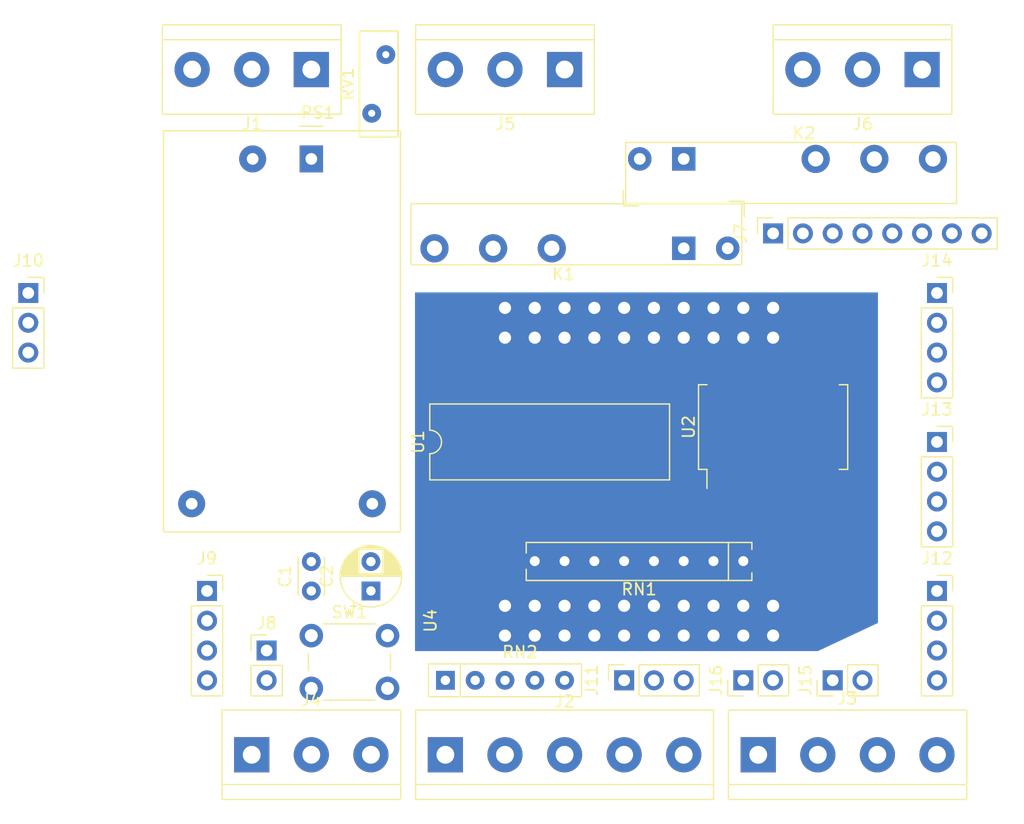
<source format=kicad_pcb>
(kicad_pcb (version 20171130) (host pcbnew "(5.1.0)-1")

  (general
    (thickness 1.6)
    (drawings 0)
    (tracks 0)
    (zones 0)
    (modules 28)
    (nets 65)
  )

  (page A4)
  (layers
    (0 F.Cu signal)
    (31 B.Cu signal)
    (32 B.Adhes user)
    (33 F.Adhes user)
    (34 B.Paste user)
    (35 F.Paste user)
    (36 B.SilkS user)
    (37 F.SilkS user)
    (38 B.Mask user)
    (39 F.Mask user)
    (40 Dwgs.User user)
    (41 Cmts.User user)
    (42 Eco1.User user)
    (43 Eco2.User user)
    (44 Edge.Cuts user)
    (45 Margin user)
    (46 B.CrtYd user)
    (47 F.CrtYd user)
    (48 B.Fab user)
    (49 F.Fab user)
  )

  (setup
    (last_trace_width 0.25)
    (trace_clearance 0.2)
    (zone_clearance 0.508)
    (zone_45_only no)
    (trace_min 0.2)
    (via_size 0.8)
    (via_drill 0.4)
    (via_min_size 0.4)
    (via_min_drill 0.3)
    (uvia_size 0.3)
    (uvia_drill 0.1)
    (uvias_allowed no)
    (uvia_min_size 0.2)
    (uvia_min_drill 0.1)
    (edge_width 0.05)
    (segment_width 0.2)
    (pcb_text_width 0.3)
    (pcb_text_size 1.5 1.5)
    (mod_edge_width 0.12)
    (mod_text_size 1 1)
    (mod_text_width 0.15)
    (pad_size 1.524 1.524)
    (pad_drill 0.762)
    (pad_to_mask_clearance 0.051)
    (solder_mask_min_width 0.25)
    (aux_axis_origin 0 0)
    (visible_elements 7FFFFFFF)
    (pcbplotparams
      (layerselection 0x010fc_ffffffff)
      (usegerberextensions false)
      (usegerberattributes false)
      (usegerberadvancedattributes false)
      (creategerberjobfile false)
      (excludeedgelayer true)
      (linewidth 0.100000)
      (plotframeref false)
      (viasonmask false)
      (mode 1)
      (useauxorigin false)
      (hpglpennumber 1)
      (hpglpenspeed 20)
      (hpglpendiameter 15.000000)
      (psnegative false)
      (psa4output false)
      (plotreference true)
      (plotvalue true)
      (plotinvisibletext false)
      (padsonsilk false)
      (subtractmaskfromsilk false)
      (outputformat 1)
      (mirror false)
      (drillshape 1)
      (scaleselection 1)
      (outputdirectory ""))
  )

  (net 0 "")
  (net 1 GND)
  (net 2 +5V)
  (net 3 "Net-(J1-Pad2)")
  (net 4 "Net-(J1-Pad1)")
  (net 5 "Net-(J2-Pad4)")
  (net 6 "Net-(J2-Pad1)")
  (net 7 "Net-(J2-Pad3)")
  (net 8 "Net-(J2-Pad2)")
  (net 9 "Net-(J3-Pad1)")
  (net 10 "Net-(J3-Pad3)")
  (net 11 "Net-(J14-Pad3)")
  (net 12 "Net-(J14-Pad1)")
  (net 13 "Net-(J5-Pad3)")
  (net 14 "Net-(J5-Pad2)")
  (net 15 "Net-(J5-Pad1)")
  (net 16 "Net-(J6-Pad3)")
  (net 17 "Net-(J6-Pad2)")
  (net 18 "Net-(J6-Pad1)")
  (net 19 "Net-(J7-Pad7)")
  (net 20 "Net-(J7-Pad6)")
  (net 21 "Net-(J7-Pad5)")
  (net 22 "Net-(J7-Pad4)")
  (net 23 "Net-(J7-Pad3)")
  (net 24 "Net-(J7-Pad2)")
  (net 25 "Net-(J8-Pad1)")
  (net 26 "Net-(J14-Pad2)")
  (net 27 "Net-(J10-Pad1)")
  (net 28 "Net-(J11-Pad3)")
  (net 29 "Net-(J11-Pad2)")
  (net 30 "Net-(J12-Pad4)")
  (net 31 "Net-(J12-Pad3)")
  (net 32 "Net-(J13-Pad4)")
  (net 33 "Net-(J13-Pad3)")
  (net 34 "Net-(J13-Pad2)")
  (net 35 "Net-(J13-Pad1)")
  (net 36 "Net-(J14-Pad4)")
  (net 37 "Net-(J15-Pad1)")
  (net 38 "Net-(J16-Pad2)")
  (net 39 "Net-(K1-PadA1)")
  (net 40 "Net-(K2-PadA2)")
  (net 41 "Net-(RN1-Pad8)")
  (net 42 "Net-(RN1-Pad7)")
  (net 43 "Net-(RN1-Pad6)")
  (net 44 "Net-(RN1-Pad5)")
  (net 45 "Net-(RN2-Pad5)")
  (net 46 "Net-(RN2-Pad4)")
  (net 47 "Net-(RN2-Pad3)")
  (net 48 "Net-(RN2-Pad2)")
  (net 49 "Net-(U2-Pad6)")
  (net 50 "Net-(U2-Pad5)")
  (net 51 "Net-(U2-Pad4)")
  (net 52 "Net-(U2-Pad3)")
  (net 53 "Net-(U2-Pad2)")
  (net 54 "Net-(U2-Pad1)")
  (net 55 "Net-(U4-Pad40)")
  (net 56 "Net-(U4-Pad39)")
  (net 57 "Net-(U4-Pad37)")
  (net 58 "Net-(U4-Pad33)")
  (net 59 "Net-(U4-Pad3)")
  (net 60 "Net-(U4-Pad17)")
  (net 61 "Net-(U4-Pad16)")
  (net 62 "Net-(U4-Pad19)")
  (net 63 "Net-(U4-Pad15)")
  (net 64 "Net-(U4-Pad20)")

  (net_class Default "This is the default net class."
    (clearance 0.2)
    (trace_width 0.25)
    (via_dia 0.8)
    (via_drill 0.4)
    (uvia_dia 0.3)
    (uvia_drill 0.1)
    (add_net +5V)
    (add_net GND)
    (add_net "Net-(J1-Pad1)")
    (add_net "Net-(J1-Pad2)")
    (add_net "Net-(J10-Pad1)")
    (add_net "Net-(J11-Pad2)")
    (add_net "Net-(J11-Pad3)")
    (add_net "Net-(J12-Pad3)")
    (add_net "Net-(J12-Pad4)")
    (add_net "Net-(J13-Pad1)")
    (add_net "Net-(J13-Pad2)")
    (add_net "Net-(J13-Pad3)")
    (add_net "Net-(J13-Pad4)")
    (add_net "Net-(J14-Pad1)")
    (add_net "Net-(J14-Pad2)")
    (add_net "Net-(J14-Pad3)")
    (add_net "Net-(J14-Pad4)")
    (add_net "Net-(J15-Pad1)")
    (add_net "Net-(J16-Pad2)")
    (add_net "Net-(J2-Pad1)")
    (add_net "Net-(J2-Pad2)")
    (add_net "Net-(J2-Pad3)")
    (add_net "Net-(J2-Pad4)")
    (add_net "Net-(J3-Pad1)")
    (add_net "Net-(J3-Pad3)")
    (add_net "Net-(J5-Pad1)")
    (add_net "Net-(J5-Pad2)")
    (add_net "Net-(J5-Pad3)")
    (add_net "Net-(J6-Pad1)")
    (add_net "Net-(J6-Pad2)")
    (add_net "Net-(J6-Pad3)")
    (add_net "Net-(J7-Pad2)")
    (add_net "Net-(J7-Pad3)")
    (add_net "Net-(J7-Pad4)")
    (add_net "Net-(J7-Pad5)")
    (add_net "Net-(J7-Pad6)")
    (add_net "Net-(J7-Pad7)")
    (add_net "Net-(J8-Pad1)")
    (add_net "Net-(K1-PadA1)")
    (add_net "Net-(K2-PadA2)")
    (add_net "Net-(RN1-Pad5)")
    (add_net "Net-(RN1-Pad6)")
    (add_net "Net-(RN1-Pad7)")
    (add_net "Net-(RN1-Pad8)")
    (add_net "Net-(RN2-Pad2)")
    (add_net "Net-(RN2-Pad3)")
    (add_net "Net-(RN2-Pad4)")
    (add_net "Net-(RN2-Pad5)")
    (add_net "Net-(U2-Pad1)")
    (add_net "Net-(U2-Pad2)")
    (add_net "Net-(U2-Pad3)")
    (add_net "Net-(U2-Pad4)")
    (add_net "Net-(U2-Pad5)")
    (add_net "Net-(U2-Pad6)")
    (add_net "Net-(U4-Pad15)")
    (add_net "Net-(U4-Pad16)")
    (add_net "Net-(U4-Pad17)")
    (add_net "Net-(U4-Pad19)")
    (add_net "Net-(U4-Pad20)")
    (add_net "Net-(U4-Pad3)")
    (add_net "Net-(U4-Pad33)")
    (add_net "Net-(U4-Pad37)")
    (add_net "Net-(U4-Pad39)")
    (add_net "Net-(U4-Pad40)")
  )

  (module Package_SIP:SIP-8_19x3mm_P2.54mm (layer F.Cu) (tedit 5A0CB273) (tstamp 5CAC0717)
    (at 194.31 66.04 180)
    (descr "SIP 8-pin (http://www.njr.com/semicon/PDF/package/SIP8_E.pdf)")
    (tags SIP8)
    (path /5CA556D2)
    (fp_text reference RN1 (at 8.89 -2.4 180) (layer F.SilkS)
      (effects (font (size 1 1) (thickness 0.15)))
    )
    (fp_text value 4x330 (at 8.89 2.4 180) (layer F.Fab)
      (effects (font (size 1 1) (thickness 0.15)))
    )
    (fp_line (start -0.61 -1.53) (end -0.61 -0.5) (layer F.Fab) (width 0.1))
    (fp_line (start -0.61 0.5) (end -0.61 1.47) (layer F.Fab) (width 0.1))
    (fp_line (start 18.39 1.47) (end -0.61 1.47) (layer F.Fab) (width 0.1))
    (fp_line (start 18.39 -1.53) (end -0.61 -1.53) (layer F.Fab) (width 0.1))
    (fp_line (start 18.51 -1.65) (end 18.51 -0.7) (layer F.SilkS) (width 0.12))
    (fp_line (start -0.73 -1.65) (end -0.73 -1) (layer F.SilkS) (width 0.12))
    (fp_line (start 18.51 -1.65) (end -0.73 -1.65) (layer F.SilkS) (width 0.12))
    (fp_line (start 18.51 1.59) (end 18.51 0.7) (layer F.SilkS) (width 0.12))
    (fp_line (start -0.73 1.59) (end -0.73 1) (layer F.SilkS) (width 0.12))
    (fp_line (start 18.51 1.59) (end -0.73 1.59) (layer F.SilkS) (width 0.12))
    (fp_line (start 1.27 1.59) (end 1.27 -1.65) (layer F.SilkS) (width 0.12))
    (fp_line (start 18.39 -1.53) (end 18.39 1.47) (layer F.Fab) (width 0.1))
    (fp_line (start -0.98 -1.78) (end 18.76 -1.78) (layer F.CrtYd) (width 0.05))
    (fp_line (start 18.76 -1.78) (end 18.76 1.72) (layer F.CrtYd) (width 0.05))
    (fp_line (start 18.76 1.72) (end -0.98 1.72) (layer F.CrtYd) (width 0.05))
    (fp_line (start -0.98 1.72) (end -0.98 -1.78) (layer F.CrtYd) (width 0.05))
    (fp_line (start -0.61 -0.5) (end -0.11 0) (layer F.Fab) (width 0.1))
    (fp_line (start -0.11 0) (end -0.61 0.5) (layer F.Fab) (width 0.1))
    (fp_text user %R (at 8.89 0 180) (layer F.Fab)
      (effects (font (size 1 1) (thickness 0.15)))
    )
    (pad 8 thru_hole circle (at 17.78 0 270) (size 1.45 1.45) (drill 0.85) (layers *.Cu *.Mask)
      (net 41 "Net-(RN1-Pad8)"))
    (pad 7 thru_hole circle (at 15.24 0 270) (size 1.45 1.45) (drill 0.85) (layers *.Cu *.Mask)
      (net 42 "Net-(RN1-Pad7)"))
    (pad 6 thru_hole circle (at 12.7 0 270) (size 1.45 1.45) (drill 0.85) (layers *.Cu *.Mask)
      (net 43 "Net-(RN1-Pad6)"))
    (pad 5 thru_hole circle (at 10.16 0 270) (size 1.45 1.45) (drill 0.85) (layers *.Cu *.Mask)
      (net 44 "Net-(RN1-Pad5)"))
    (pad 4 thru_hole circle (at 7.62 0 270) (size 1.45 1.45) (drill 0.85) (layers *.Cu *.Mask)
      (net 5 "Net-(J2-Pad4)"))
    (pad 3 thru_hole circle (at 5.08 0 270) (size 1.45 1.45) (drill 0.85) (layers *.Cu *.Mask)
      (net 7 "Net-(J2-Pad3)"))
    (pad 2 thru_hole circle (at 2.54 0 270) (size 1.45 1.45) (drill 0.85) (layers *.Cu *.Mask)
      (net 8 "Net-(J2-Pad2)"))
    (pad 1 thru_hole rect (at 0 0 270) (size 1.45 1.45) (drill 0.85) (layers *.Cu *.Mask)
      (net 6 "Net-(J2-Pad1)"))
    (model ${KISYS3DMOD}/Package_SIP.3dshapes/SIP-8_19x3mm_P2.54mm.wrl
      (at (xyz 0 0 0))
      (scale (xyz 1 1 1))
      (rotate (xyz 0 0 0))
    )
  )

  (module Package_SO:SOP-18_7.0x12.5mm_P1.27mm (layer F.Cu) (tedit 5A4D255D) (tstamp 5CABF0AC)
    (at 196.85 54.61 90)
    (descr " SOP, 18 Pin (https://toshiba.semicon-storage.com/info/docget.jsp?did=30523), generated with kicad-footprint-generator package_soic_sop.py")
    (tags "connector  SOP SOIC")
    (path /5CA5EA78)
    (attr smd)
    (fp_text reference U2 (at 0 -7.2 90) (layer F.SilkS)
      (effects (font (size 1 1) (thickness 0.15)))
    )
    (fp_text value ULN2803A (at 0 7.2 90) (layer F.Fab)
      (effects (font (size 1 1) (thickness 0.15)))
    )
    (fp_text user %R (at 0 5.55 90) (layer F.Fab)
      (effects (font (size 1 1) (thickness 0.15)))
    )
    (fp_line (start -5.48 6.5) (end -5.48 -6.5) (layer F.CrtYd) (width 0.05))
    (fp_line (start 5.48 6.5) (end -5.48 6.5) (layer F.CrtYd) (width 0.05))
    (fp_line (start 5.48 -6.5) (end 5.48 6.5) (layer F.CrtYd) (width 0.05))
    (fp_line (start -5.48 -6.5) (end 5.48 -6.5) (layer F.CrtYd) (width 0.05))
    (fp_line (start 3.61 6.36) (end 3.61 5.64) (layer F.SilkS) (width 0.12))
    (fp_line (start -3.61 6.36) (end 3.61 6.36) (layer F.SilkS) (width 0.12))
    (fp_line (start -3.61 5.64) (end -3.61 6.36) (layer F.SilkS) (width 0.12))
    (fp_line (start 3.61 -6.36) (end 3.61 -5.64) (layer F.SilkS) (width 0.12))
    (fp_line (start -3.61 -6.36) (end 3.61 -6.36) (layer F.SilkS) (width 0.12))
    (fp_line (start -3.61 -5.64) (end -3.61 -6.36) (layer F.SilkS) (width 0.12))
    (fp_line (start -5.225 -5.64) (end -3.61 -5.64) (layer F.SilkS) (width 0.12))
    (fp_line (start -3.5 -5.25) (end -2.5 -6.25) (layer F.Fab) (width 0.1))
    (fp_line (start -3.5 6.25) (end -3.5 -5.25) (layer F.Fab) (width 0.1))
    (fp_line (start 3.5 6.25) (end -3.5 6.25) (layer F.Fab) (width 0.1))
    (fp_line (start 3.5 -6.25) (end 3.5 6.25) (layer F.Fab) (width 0.1))
    (fp_line (start -2.5 -6.25) (end 3.5 -6.25) (layer F.Fab) (width 0.1))
    (pad 10 smd rect (at 4.3625 5.08 90) (size 1.725 0.6) (layers F.Cu F.Paste F.Mask)
      (net 2 +5V))
    (pad 11 smd rect (at 4.3625 3.81 90) (size 1.725 0.6) (layers F.Cu F.Paste F.Mask)
      (net 19 "Net-(J7-Pad7)"))
    (pad 12 smd rect (at 4.3625 2.54 90) (size 1.725 0.6) (layers F.Cu F.Paste F.Mask)
      (net 20 "Net-(J7-Pad6)"))
    (pad 13 smd rect (at 4.3625 1.27 90) (size 1.725 0.6) (layers F.Cu F.Paste F.Mask)
      (net 21 "Net-(J7-Pad5)"))
    (pad 14 smd rect (at 4.3625 0 90) (size 1.725 0.6) (layers F.Cu F.Paste F.Mask)
      (net 22 "Net-(J7-Pad4)"))
    (pad 15 smd rect (at 4.3625 -1.27 90) (size 1.725 0.6) (layers F.Cu F.Paste F.Mask)
      (net 23 "Net-(J7-Pad3)"))
    (pad 16 smd rect (at 4.3625 -2.54 90) (size 1.725 0.6) (layers F.Cu F.Paste F.Mask)
      (net 24 "Net-(J7-Pad2)"))
    (pad 17 smd rect (at 4.3625 -3.81 90) (size 1.725 0.6) (layers F.Cu F.Paste F.Mask)
      (net 40 "Net-(K2-PadA2)"))
    (pad 18 smd rect (at 4.3625 -5.08 90) (size 1.725 0.6) (layers F.Cu F.Paste F.Mask)
      (net 39 "Net-(K1-PadA1)"))
    (pad 9 smd rect (at -4.3625 5.08 90) (size 1.725 0.6) (layers F.Cu F.Paste F.Mask)
      (net 1 GND))
    (pad 8 smd rect (at -4.3625 3.81 90) (size 1.725 0.6) (layers F.Cu F.Paste F.Mask)
      (net 38 "Net-(J16-Pad2)"))
    (pad 7 smd rect (at -4.3625 2.54 90) (size 1.725 0.6) (layers F.Cu F.Paste F.Mask)
      (net 37 "Net-(J15-Pad1)"))
    (pad 6 smd rect (at -4.3625 1.27 90) (size 1.725 0.6) (layers F.Cu F.Paste F.Mask)
      (net 49 "Net-(U2-Pad6)"))
    (pad 5 smd rect (at -4.3625 0 90) (size 1.725 0.6) (layers F.Cu F.Paste F.Mask)
      (net 50 "Net-(U2-Pad5)"))
    (pad 4 smd rect (at -4.3625 -1.27 90) (size 1.725 0.6) (layers F.Cu F.Paste F.Mask)
      (net 51 "Net-(U2-Pad4)"))
    (pad 3 smd rect (at -4.3625 -2.54 90) (size 1.725 0.6) (layers F.Cu F.Paste F.Mask)
      (net 52 "Net-(U2-Pad3)"))
    (pad 2 smd rect (at -4.3625 -3.81 90) (size 1.725 0.6) (layers F.Cu F.Paste F.Mask)
      (net 53 "Net-(U2-Pad2)"))
    (pad 1 smd rect (at -4.3625 -5.08 90) (size 1.725 0.6) (layers F.Cu F.Paste F.Mask)
      (net 54 "Net-(U2-Pad1)"))
    (model ${KISYS3DMOD}/Package_SO.3dshapes/SOP-18_7.0x12.5mm_P1.27mm.wrl
      (at (xyz 0 0 0))
      (scale (xyz 1 1 1))
      (rotate (xyz 0 0 0))
    )
  )

  (module Package_DIP:SMDIP-16_W9.53mm (layer F.Cu) (tedit 5A02E8C5) (tstamp 5CABCC73)
    (at 177.8 55.88 90)
    (descr "16-lead surface-mounted (SMD) DIP package, row spacing 9.53 mm (375 mils)")
    (tags "SMD DIP DIL PDIP SMDIP 2.54mm 9.53mm 375mil")
    (path /5D16FB94)
    (attr smd)
    (fp_text reference U1 (at 0 -11.22 90) (layer F.SilkS)
      (effects (font (size 1 1) (thickness 0.15)))
    )
    (fp_text value LTV-847S (at 0 11.22 90) (layer F.Fab)
      (effects (font (size 1 1) (thickness 0.15)))
    )
    (fp_text user %R (at 0 0 90) (layer F.Fab)
      (effects (font (size 1 1) (thickness 0.15)))
    )
    (fp_line (start 6.05 -10.45) (end -6.05 -10.45) (layer F.CrtYd) (width 0.05))
    (fp_line (start 6.05 10.45) (end 6.05 -10.45) (layer F.CrtYd) (width 0.05))
    (fp_line (start -6.05 10.45) (end 6.05 10.45) (layer F.CrtYd) (width 0.05))
    (fp_line (start -6.05 -10.45) (end -6.05 10.45) (layer F.CrtYd) (width 0.05))
    (fp_line (start 3.235 -10.22) (end 1 -10.22) (layer F.SilkS) (width 0.12))
    (fp_line (start 3.235 10.22) (end 3.235 -10.22) (layer F.SilkS) (width 0.12))
    (fp_line (start -3.235 10.22) (end 3.235 10.22) (layer F.SilkS) (width 0.12))
    (fp_line (start -3.235 -10.22) (end -3.235 10.22) (layer F.SilkS) (width 0.12))
    (fp_line (start -1 -10.22) (end -3.235 -10.22) (layer F.SilkS) (width 0.12))
    (fp_line (start -3.175 -9.16) (end -2.175 -10.16) (layer F.Fab) (width 0.1))
    (fp_line (start -3.175 10.16) (end -3.175 -9.16) (layer F.Fab) (width 0.1))
    (fp_line (start 3.175 10.16) (end -3.175 10.16) (layer F.Fab) (width 0.1))
    (fp_line (start 3.175 -10.16) (end 3.175 10.16) (layer F.Fab) (width 0.1))
    (fp_line (start -2.175 -10.16) (end 3.175 -10.16) (layer F.Fab) (width 0.1))
    (fp_arc (start 0 -10.22) (end -1 -10.22) (angle -180) (layer F.SilkS) (width 0.12))
    (pad 16 smd rect (at 4.765 -8.89 90) (size 2 1.78) (layers F.Cu F.Paste F.Mask)
      (net 48 "Net-(RN2-Pad2)"))
    (pad 8 smd rect (at -4.765 8.89 90) (size 2 1.78) (layers F.Cu F.Paste F.Mask)
      (net 1 GND))
    (pad 15 smd rect (at 4.765 -6.35 90) (size 2 1.78) (layers F.Cu F.Paste F.Mask)
      (net 1 GND))
    (pad 7 smd rect (at -4.765 6.35 90) (size 2 1.78) (layers F.Cu F.Paste F.Mask)
      (net 44 "Net-(RN1-Pad5)"))
    (pad 14 smd rect (at 4.765 -3.81 90) (size 2 1.78) (layers F.Cu F.Paste F.Mask)
      (net 47 "Net-(RN2-Pad3)"))
    (pad 6 smd rect (at -4.765 3.81 90) (size 2 1.78) (layers F.Cu F.Paste F.Mask)
      (net 1 GND))
    (pad 13 smd rect (at 4.765 -1.27 90) (size 2 1.78) (layers F.Cu F.Paste F.Mask)
      (net 1 GND))
    (pad 5 smd rect (at -4.765 1.27 90) (size 2 1.78) (layers F.Cu F.Paste F.Mask)
      (net 43 "Net-(RN1-Pad6)"))
    (pad 12 smd rect (at 4.765 1.27 90) (size 2 1.78) (layers F.Cu F.Paste F.Mask)
      (net 46 "Net-(RN2-Pad4)"))
    (pad 4 smd rect (at -4.765 -1.27 90) (size 2 1.78) (layers F.Cu F.Paste F.Mask)
      (net 1 GND))
    (pad 11 smd rect (at 4.765 3.81 90) (size 2 1.78) (layers F.Cu F.Paste F.Mask)
      (net 1 GND))
    (pad 3 smd rect (at -4.765 -3.81 90) (size 2 1.78) (layers F.Cu F.Paste F.Mask)
      (net 42 "Net-(RN1-Pad7)"))
    (pad 10 smd rect (at 4.765 6.35 90) (size 2 1.78) (layers F.Cu F.Paste F.Mask)
      (net 45 "Net-(RN2-Pad5)"))
    (pad 2 smd rect (at -4.765 -6.35 90) (size 2 1.78) (layers F.Cu F.Paste F.Mask)
      (net 1 GND))
    (pad 9 smd rect (at 4.765 8.89 90) (size 2 1.78) (layers F.Cu F.Paste F.Mask)
      (net 1 GND))
    (pad 1 smd rect (at -4.765 -8.89 90) (size 2 1.78) (layers F.Cu F.Paste F.Mask)
      (net 41 "Net-(RN1-Pad8)"))
    (model ${KISYS3DMOD}/Package_DIP.3dshapes/SMDIP-16_W9.53mm.wrl
      (at (xyz 0 0 0))
      (scale (xyz 1 1 1))
      (rotate (xyz 0 0 0))
    )
  )

  (module conucos:MODULE_ESP32-DEVKIT-32D-ConucoMini (layer F.Cu) (tedit 5CAA1902) (tstamp 5CAB64B2)
    (at 165.1 73.66 90)
    (path /5CAB14E3)
    (fp_text reference U4 (at 2.54 2.54 90) (layer F.SilkS)
      (effects (font (size 1 1) (thickness 0.15)))
    )
    (fp_text value ESP32-DEVKITC-32D-Conuco_Mini (at 19.05 2.54 90) (layer F.Fab)
      (effects (font (size 1 1) (thickness 0.15)))
    )
    (fp_poly (pts (xy 0 36.83) (xy 1.27 36.83) (xy 1.27 38.1) (xy 0 38.1)) (layer F.Fab) (width 0.1))
    (fp_poly (pts (xy 3.81 35.56) (xy 3.81 39.37) (xy 1.27 39.37) (xy 1.27 35.56)) (layer Dwgs.User) (width 0.1))
    (fp_poly (pts (xy 6.50875 29.21) (xy 8.73125 29.21) (xy 8.73125 31.75) (xy 6.50875 31.75)) (layer F.Fab) (width 0.1))
    (fp_poly (pts (xy 11.43 39.37) (xy 11.43 36.83) (xy 19.05 36.83) (xy 19.05 41.91)
      (xy 11.43 41.91)) (layer B.CrtYd) (width 0.1))
    (fp_poly (pts (xy 0 1.27) (xy 30.48 1.27) (xy 30.48 40.64) (xy 2.38125 40.64)
      (xy 0 35.56) (xy 0 12.7)) (layer B.Cu) (width 0.1))
    (fp_poly (pts (xy 7.62 8.255) (xy 7.62 26.67) (xy 22.86 26.67) (xy 22.86 8.255)) (layer Dwgs.User) (width 0.1))
    (fp_poly (pts (xy 5.715 1.27) (xy 5.715 26.67) (xy 24.765 26.67) (xy 24.765 1.27)) (layer B.CrtYd) (width 0.1))
    (pad 40 thru_hole circle (at 26.67 31.75 90) (size 1.56 1.56) (drill 1.04) (layers *.Cu *.Mask)
      (net 55 "Net-(U4-Pad40)"))
    (pad 39 thru_hole circle (at 29.21 31.75 90) (size 1.56 1.56) (drill 1.04) (layers *.Cu *.Mask)
      (net 56 "Net-(U4-Pad39)"))
    (pad 38 thru_hole circle (at 26.67 29.21 90) (size 1.56 1.56) (drill 1.04) (layers *.Cu *.Mask)
      (net 34 "Net-(J13-Pad2)"))
    (pad 37 thru_hole circle (at 29.21 29.21 90) (size 1.56 1.56) (drill 1.04) (layers *.Cu *.Mask)
      (net 57 "Net-(U4-Pad37)"))
    (pad 36 thru_hole circle (at 26.67 26.67 90) (size 1.56 1.56) (drill 1.04) (layers *.Cu *.Mask)
      (net 2 +5V))
    (pad 35 thru_hole circle (at 29.21 26.67 90) (size 1.56 1.56) (drill 1.04) (layers *.Cu *.Mask)
      (net 27 "Net-(J10-Pad1)"))
    (pad 34 thru_hole circle (at 26.67 24.13 90) (size 1.56 1.56) (drill 1.04) (layers *.Cu *.Mask)
      (net 1 GND))
    (pad 33 thru_hole circle (at 29.21 24.13 90) (size 1.56 1.56) (drill 1.04) (layers *.Cu *.Mask)
      (net 58 "Net-(U4-Pad33)"))
    (pad 32 thru_hole circle (at 26.67 21.59 90) (size 1.56 1.56) (drill 1.04) (layers *.Cu *.Mask)
      (net 49 "Net-(U2-Pad6)"))
    (pad 31 thru_hole circle (at 29.21 21.59 90) (size 1.56 1.56) (drill 1.04) (layers *.Cu *.Mask)
      (net 12 "Net-(J14-Pad1)"))
    (pad 5 thru_hole circle (at 1.27 13.97 90) (size 1.56 1.56) (drill 1.04) (layers *.Cu *.Mask)
      (net 47 "Net-(RN2-Pad3)"))
    (pad 30 thru_hole circle (at 26.67 19.05 90) (size 1.56 1.56) (drill 1.04) (layers *.Cu *.Mask)
      (net 50 "Net-(U2-Pad5)"))
    (pad 2 thru_hole circle (at 3.81 8.89 90) (size 1.56 1.56) (drill 1.04) (layers *.Cu *.Mask)
      (net 25 "Net-(J8-Pad1)"))
    (pad 8 thru_hole circle (at 3.81 16.51 90) (size 1.56 1.56) (drill 1.04) (layers *.Cu *.Mask)
      (net 51 "Net-(U2-Pad4)"))
    (pad 21 thru_hole circle (at 29.21 8.89 90) (size 1.56 1.56) (drill 1.04) (layers *.Cu *.Mask)
      (net 1 GND))
    (pad 26 thru_hole circle (at 26.67 13.97 90) (size 1.56 1.56) (drill 1.04) (layers *.Cu *.Mask)
      (net 38 "Net-(J16-Pad2)"))
    (pad 1 thru_hole rect (at 1.27 8.89 90) (size 1.56 1.56) (drill 1.04) (layers *.Cu *.Mask)
      (net 1 GND))
    (pad 3 thru_hole circle (at 1.27 11.43 90) (size 1.56 1.56) (drill 1.04) (layers *.Cu *.Mask)
      (net 59 "Net-(U4-Pad3)"))
    (pad 17 thru_hole circle (at 1.27 29.21 90) (size 1.56 1.56) (drill 1.04) (layers *.Cu *.Mask)
      (net 60 "Net-(U4-Pad17)"))
    (pad 13 thru_hole circle (at 1.27 24.13 90) (size 1.56 1.56) (drill 1.04) (layers *.Cu *.Mask)
      (net 32 "Net-(J13-Pad4)"))
    (pad 23 thru_hole circle (at 29.21 11.43 90) (size 1.56 1.56) (drill 1.04) (layers *.Cu *.Mask)
      (net 11 "Net-(J14-Pad3)"))
    (pad 27 thru_hole circle (at 29.21 16.51 90) (size 1.56 1.56) (drill 1.04) (layers *.Cu *.Mask)
      (net 26 "Net-(J14-Pad2)"))
    (pad 16 thru_hole circle (at 3.81 26.67 90) (size 1.56 1.56) (drill 1.04) (layers *.Cu *.Mask)
      (net 61 "Net-(U4-Pad16)"))
    (pad 24 thru_hole circle (at 26.67 11.43 90) (size 1.56 1.56) (drill 1.04) (layers *.Cu *.Mask)
      (net 28 "Net-(J11-Pad3)"))
    (pad 12 thru_hole circle (at 3.81 21.59 90) (size 1.56 1.56) (drill 1.04) (layers *.Cu *.Mask)
      (net 53 "Net-(U2-Pad2)"))
    (pad 19 thru_hole circle (at 1.27 31.75 90) (size 1.56 1.56) (drill 1.04) (layers *.Cu *.Mask)
      (net 62 "Net-(U4-Pad19)"))
    (pad 9 thru_hole circle (at 1.27 19.05 90) (size 1.56 1.56) (drill 1.04) (layers *.Cu *.Mask)
      (net 36 "Net-(J14-Pad4)"))
    (pad 29 thru_hole circle (at 29.21 19.05 90) (size 1.56 1.56) (drill 1.04) (layers *.Cu *.Mask)
      (net 35 "Net-(J13-Pad1)"))
    (pad 4 thru_hole circle (at 3.81 11.43 90) (size 1.56 1.56) (drill 1.04) (layers *.Cu *.Mask)
      (net 48 "Net-(RN2-Pad2)"))
    (pad 18 thru_hole circle (at 3.81 29.21 90) (size 1.56 1.56) (drill 1.04) (layers *.Cu *.Mask)
      (net 33 "Net-(J13-Pad3)"))
    (pad 14 thru_hole circle (at 3.81 24.13 90) (size 1.56 1.56) (drill 1.04) (layers *.Cu *.Mask)
      (net 54 "Net-(U2-Pad1)"))
    (pad 15 thru_hole circle (at 1.27 26.67 90) (size 1.56 1.56) (drill 1.04) (layers *.Cu *.Mask)
      (net 63 "Net-(U4-Pad15)"))
    (pad 22 thru_hole circle (at 26.67 8.89 90) (size 1.56 1.56) (drill 1.04) (layers *.Cu *.Mask)
      (net 29 "Net-(J11-Pad2)"))
    (pad 25 thru_hole circle (at 29.21 13.97 90) (size 1.56 1.56) (drill 1.04) (layers *.Cu *.Mask)
      (net 10 "Net-(J3-Pad3)"))
    (pad 20 thru_hole circle (at 3.81 31.75 90) (size 1.56 1.56) (drill 1.04) (layers *.Cu *.Mask)
      (net 64 "Net-(U4-Pad20)"))
    (pad 28 thru_hole circle (at 26.67 16.51 90) (size 1.56 1.56) (drill 1.04) (layers *.Cu *.Mask)
      (net 37 "Net-(J15-Pad1)"))
    (pad 10 thru_hole circle (at 3.81 19.05 90) (size 1.56 1.56) (drill 1.04) (layers *.Cu *.Mask)
      (net 52 "Net-(U2-Pad3)"))
    (pad 7 thru_hole circle (at 1.27 16.51 90) (size 1.56 1.56) (drill 1.04) (layers *.Cu *.Mask)
      (net 46 "Net-(RN2-Pad4)"))
    (pad 6 thru_hole circle (at 3.81 13.97 90) (size 1.56 1.56) (drill 1.04) (layers *.Cu *.Mask)
      (net 9 "Net-(J3-Pad1)"))
    (pad 11 thru_hole circle (at 1.27 21.59 90) (size 1.56 1.56) (drill 1.04) (layers *.Cu *.Mask)
      (net 45 "Net-(RN2-Pad5)"))
    (model C:/PROYECTOS/PCB/Kicad/conuco2.wrl
      (at (xyz 0 0 0))
      (scale (xyz 1 1 1))
      (rotate (xyz 0 0 0))
    )
  )

  (module Button_Switch_THT:SW_PUSH_6mm_H8mm (layer F.Cu) (tedit 5A02FE31) (tstamp 5CAB6435)
    (at 157.48 72.39)
    (descr "tactile push button, 6x6mm e.g. PHAP33xx series, height=8mm")
    (tags "tact sw push 6mm")
    (path /5CBF7A8F)
    (fp_text reference SW1 (at 3.25 -2) (layer F.SilkS)
      (effects (font (size 1 1) (thickness 0.15)))
    )
    (fp_text value RST (at 3.75 6.7) (layer F.Fab)
      (effects (font (size 1 1) (thickness 0.15)))
    )
    (fp_circle (center 3.25 2.25) (end 1.25 2.5) (layer F.Fab) (width 0.1))
    (fp_line (start 6.75 3) (end 6.75 1.5) (layer F.SilkS) (width 0.12))
    (fp_line (start 5.5 -1) (end 1 -1) (layer F.SilkS) (width 0.12))
    (fp_line (start -0.25 1.5) (end -0.25 3) (layer F.SilkS) (width 0.12))
    (fp_line (start 1 5.5) (end 5.5 5.5) (layer F.SilkS) (width 0.12))
    (fp_line (start 8 -1.25) (end 8 5.75) (layer F.CrtYd) (width 0.05))
    (fp_line (start 7.75 6) (end -1.25 6) (layer F.CrtYd) (width 0.05))
    (fp_line (start -1.5 5.75) (end -1.5 -1.25) (layer F.CrtYd) (width 0.05))
    (fp_line (start -1.25 -1.5) (end 7.75 -1.5) (layer F.CrtYd) (width 0.05))
    (fp_line (start -1.5 6) (end -1.25 6) (layer F.CrtYd) (width 0.05))
    (fp_line (start -1.5 5.75) (end -1.5 6) (layer F.CrtYd) (width 0.05))
    (fp_line (start -1.5 -1.5) (end -1.25 -1.5) (layer F.CrtYd) (width 0.05))
    (fp_line (start -1.5 -1.25) (end -1.5 -1.5) (layer F.CrtYd) (width 0.05))
    (fp_line (start 8 -1.5) (end 8 -1.25) (layer F.CrtYd) (width 0.05))
    (fp_line (start 7.75 -1.5) (end 8 -1.5) (layer F.CrtYd) (width 0.05))
    (fp_line (start 8 6) (end 8 5.75) (layer F.CrtYd) (width 0.05))
    (fp_line (start 7.75 6) (end 8 6) (layer F.CrtYd) (width 0.05))
    (fp_line (start 0.25 -0.75) (end 3.25 -0.75) (layer F.Fab) (width 0.1))
    (fp_line (start 0.25 5.25) (end 0.25 -0.75) (layer F.Fab) (width 0.1))
    (fp_line (start 6.25 5.25) (end 0.25 5.25) (layer F.Fab) (width 0.1))
    (fp_line (start 6.25 -0.75) (end 6.25 5.25) (layer F.Fab) (width 0.1))
    (fp_line (start 3.25 -0.75) (end 6.25 -0.75) (layer F.Fab) (width 0.1))
    (fp_text user %R (at 3.25 2.25) (layer F.Fab)
      (effects (font (size 1 1) (thickness 0.15)))
    )
    (pad 1 thru_hole circle (at 6.5 0 90) (size 2 2) (drill 1.1) (layers *.Cu *.Mask)
      (net 25 "Net-(J8-Pad1)"))
    (pad 2 thru_hole circle (at 6.5 4.5 90) (size 2 2) (drill 1.1) (layers *.Cu *.Mask)
      (net 1 GND))
    (pad 1 thru_hole circle (at 0 0 90) (size 2 2) (drill 1.1) (layers *.Cu *.Mask)
      (net 25 "Net-(J8-Pad1)"))
    (pad 2 thru_hole circle (at 0 4.5 90) (size 2 2) (drill 1.1) (layers *.Cu *.Mask)
      (net 1 GND))
    (model ${KISYS3DMOD}/Button_Switch_THT.3dshapes/SW_PUSH_6mm_H8mm.wrl
      (at (xyz 0 0 0))
      (scale (xyz 1 1 1))
      (rotate (xyz 0 0 0))
    )
  )

  (module Varistor:RV_Disc_D9mm_W3.3mm_P5mm (layer F.Cu) (tedit 5A0F68DF) (tstamp 5CAB6416)
    (at 163.83 22.86 270)
    (descr "Varistor, diameter 9mm, width 3.3mm, pitch 5mm")
    (tags "varistor SIOV")
    (path /5CA5BE6B)
    (fp_text reference RV1 (at 2.5 3.25 270) (layer F.SilkS)
      (effects (font (size 1 1) (thickness 0.15)))
    )
    (fp_text value Varistor (at 2.5 -2.05 270) (layer F.Fab)
      (effects (font (size 1 1) (thickness 0.15)))
    )
    (fp_line (start -2 -1.05) (end -2 2.25) (layer F.Fab) (width 0.1))
    (fp_line (start 7 -1.05) (end 7 2.25) (layer F.Fab) (width 0.1))
    (fp_line (start -2 -1.05) (end 7 -1.05) (layer F.Fab) (width 0.1))
    (fp_line (start -2 2.25) (end 7 2.25) (layer F.Fab) (width 0.1))
    (fp_line (start -2 -1.05) (end -2 2.25) (layer F.SilkS) (width 0.15))
    (fp_line (start 7 -1.05) (end 7 2.25) (layer F.SilkS) (width 0.15))
    (fp_line (start -2 -1.05) (end 7 -1.05) (layer F.SilkS) (width 0.15))
    (fp_line (start -2 2.25) (end 7 2.25) (layer F.SilkS) (width 0.15))
    (fp_line (start -2.25 -1.3) (end -2.25 2.5) (layer F.CrtYd) (width 0.05))
    (fp_line (start 7.25 -1.3) (end 7.25 2.5) (layer F.CrtYd) (width 0.05))
    (fp_line (start -2.25 -1.3) (end 7.25 -1.3) (layer F.CrtYd) (width 0.05))
    (fp_line (start -2.25 2.5) (end 7.25 2.5) (layer F.CrtYd) (width 0.05))
    (fp_text user %R (at 5.08 1.27 270) (layer F.Fab)
      (effects (font (size 1 1) (thickness 0.15)))
    )
    (pad 2 thru_hole circle (at 5 1.2 270) (size 1.6 1.6) (drill 0.6) (layers *.Cu *.Mask)
      (net 3 "Net-(J1-Pad2)"))
    (pad 1 thru_hole circle (at 0 0 270) (size 1.6 1.6) (drill 0.6) (layers *.Cu *.Mask)
      (net 4 "Net-(J1-Pad1)"))
    (model ${KISYS3DMOD}/Varistor.3dshapes/RV_Disc_D9mm_W3.3mm_P5mm.wrl
      (at (xyz 0 0 0))
      (scale (xyz 1 1 1))
      (rotate (xyz 0 0 0))
    )
  )

  (module Resistor_THT:R_Array_SIP5 (layer F.Cu) (tedit 5A14249F) (tstamp 5CAB6403)
    (at 168.91 76.2)
    (descr "5-pin Resistor SIP pack")
    (tags R)
    (path /5CA52ADB)
    (fp_text reference RN2 (at 6.35 -2.4) (layer F.SilkS)
      (effects (font (size 1 1) (thickness 0.15)))
    )
    (fp_text value 4x10K (at 6.35 2.4) (layer F.Fab)
      (effects (font (size 1 1) (thickness 0.15)))
    )
    (fp_line (start 11.9 -1.65) (end -1.7 -1.65) (layer F.CrtYd) (width 0.05))
    (fp_line (start 11.9 1.65) (end 11.9 -1.65) (layer F.CrtYd) (width 0.05))
    (fp_line (start -1.7 1.65) (end 11.9 1.65) (layer F.CrtYd) (width 0.05))
    (fp_line (start -1.7 -1.65) (end -1.7 1.65) (layer F.CrtYd) (width 0.05))
    (fp_line (start 1.27 -1.4) (end 1.27 1.4) (layer F.SilkS) (width 0.12))
    (fp_line (start 11.6 -1.4) (end -1.44 -1.4) (layer F.SilkS) (width 0.12))
    (fp_line (start 11.6 1.4) (end 11.6 -1.4) (layer F.SilkS) (width 0.12))
    (fp_line (start -1.44 1.4) (end 11.6 1.4) (layer F.SilkS) (width 0.12))
    (fp_line (start -1.44 -1.4) (end -1.44 1.4) (layer F.SilkS) (width 0.12))
    (fp_line (start 1.27 -1.25) (end 1.27 1.25) (layer F.Fab) (width 0.1))
    (fp_line (start 11.45 -1.25) (end -1.29 -1.25) (layer F.Fab) (width 0.1))
    (fp_line (start 11.45 1.25) (end 11.45 -1.25) (layer F.Fab) (width 0.1))
    (fp_line (start -1.29 1.25) (end 11.45 1.25) (layer F.Fab) (width 0.1))
    (fp_line (start -1.29 -1.25) (end -1.29 1.25) (layer F.Fab) (width 0.1))
    (fp_text user %R (at 5.08 0) (layer F.Fab)
      (effects (font (size 1 1) (thickness 0.15)))
    )
    (pad 5 thru_hole oval (at 10.16 0) (size 1.6 1.6) (drill 0.8) (layers *.Cu *.Mask)
      (net 45 "Net-(RN2-Pad5)"))
    (pad 4 thru_hole oval (at 7.62 0) (size 1.6 1.6) (drill 0.8) (layers *.Cu *.Mask)
      (net 46 "Net-(RN2-Pad4)"))
    (pad 3 thru_hole oval (at 5.08 0) (size 1.6 1.6) (drill 0.8) (layers *.Cu *.Mask)
      (net 47 "Net-(RN2-Pad3)"))
    (pad 2 thru_hole oval (at 2.54 0) (size 1.6 1.6) (drill 0.8) (layers *.Cu *.Mask)
      (net 48 "Net-(RN2-Pad2)"))
    (pad 1 thru_hole rect (at 0 0) (size 1.6 1.6) (drill 0.8) (layers *.Cu *.Mask)
      (net 2 +5V))
    (model ${KISYS3DMOD}/Resistor_THT.3dshapes/R_Array_SIP5.wrl
      (at (xyz 0 0 0))
      (scale (xyz 1 1 1))
      (rotate (xyz 0 0 0))
    )
  )

  (module Converter_ACDC:Converter_ACDC_HiLink_HLK-PMxx (layer F.Cu) (tedit 5C1AC1CD) (tstamp 5CAB63CF)
    (at 157.48 31.75 270)
    (descr "ACDC-Converter, 3W, HiLink, HLK-PMxx, THT, http://www.hlktech.net/product_detail.php?ProId=54")
    (tags "ACDC-Converter 3W THT HiLink board mount module")
    (path /5CA4E297)
    (fp_text reference PS1 (at -3.94 -0.55) (layer F.SilkS)
      (effects (font (size 1 1) (thickness 0.15)))
    )
    (fp_text value HLK-PM01 (at 15.79 13.85 270) (layer F.Fab)
      (effects (font (size 1 1) (thickness 0.15)))
    )
    (fp_line (start -2.79 -1) (end -2.79 1.01) (layer F.SilkS) (width 0.12))
    (fp_line (start 31.8 -7.6) (end -2.4 -7.6) (layer F.SilkS) (width 0.12))
    (fp_line (start 31.8 12.6) (end 31.8 -7.6) (layer F.SilkS) (width 0.12))
    (fp_line (start -2.4 12.6) (end 31.8 12.6) (layer F.SilkS) (width 0.12))
    (fp_line (start -2.4 -7.6) (end -2.4 12.6) (layer F.SilkS) (width 0.12))
    (fp_line (start -2.55 -7.75) (end -2.55 12.75) (layer F.CrtYd) (width 0.05))
    (fp_line (start 31.95 -7.75) (end -2.55 -7.75) (layer F.CrtYd) (width 0.05))
    (fp_line (start 31.95 12.75) (end 31.95 -7.75) (layer F.CrtYd) (width 0.05))
    (fp_line (start -2.55 12.75) (end 31.95 12.75) (layer F.CrtYd) (width 0.05))
    (fp_line (start -2.3 -1) (end -2.3 -7.5) (layer F.Fab) (width 0.1))
    (fp_line (start -2.29 -1) (end -1.29 0) (layer F.Fab) (width 0.1))
    (fp_line (start -1.29 0) (end -2.29 1) (layer F.Fab) (width 0.1))
    (fp_text user %R (at 14.68 1.17 270) (layer F.Fab)
      (effects (font (size 1 1) (thickness 0.15)))
    )
    (fp_line (start -2.3 -7.5) (end 31.7 -7.5) (layer F.Fab) (width 0.1))
    (fp_line (start -2.3 12.5) (end -2.3 0.99) (layer F.Fab) (width 0.1))
    (fp_line (start 31.7 12.5) (end 31.7 -7.5) (layer F.Fab) (width 0.1))
    (fp_line (start -2.3 12.5) (end 31.7 12.5) (layer F.Fab) (width 0.1))
    (pad 4 thru_hole circle (at 29.4 10.2 270) (size 2.3 2.3) (drill 1) (layers *.Cu *.Mask)
      (net 2 +5V))
    (pad 2 thru_hole circle (at 0 5 270) (size 2.3 2.3) (drill 1) (layers *.Cu *.Mask)
      (net 3 "Net-(J1-Pad2)"))
    (pad 1 thru_hole rect (at 0 0 270) (size 2.3 2) (drill 1) (layers *.Cu *.Mask)
      (net 4 "Net-(J1-Pad1)"))
    (pad 3 thru_hole circle (at 29.4 -5.2 270) (size 2.3 2.3) (drill 1) (layers *.Cu *.Mask)
      (net 1 GND))
    (model ${KISYS3DMOD}/Converter_ACDC.3dshapes/Converter_ACDC_HiLink_HLK-PMxx.wrl
      (at (xyz 0 0 0))
      (scale (xyz 1 1 1))
      (rotate (xyz 0 0 0))
    )
  )

  (module Relay_THT:Relay_SPDT_Finder_34.51_Vertical (layer F.Cu) (tedit 5A634DFF) (tstamp 5CAB63B6)
    (at 189.23 31.75)
    (descr "Relay SPDT, Finder Type34.51, vertical/standing form, see https://gfinder.findernet.com/public/attachments/34/EN/S34USAEN.pdf")
    (tags "Relay SPDT Finder")
    (path /5CA5FFB1)
    (fp_text reference K2 (at 10.25 -2.2) (layer F.SilkS)
      (effects (font (size 1 1) (thickness 0.15)))
    )
    (fp_text value FINDER-34.51 (at 9.15 4.8) (layer F.Fab)
      (effects (font (size 1 1) (thickness 0.15)))
    )
    (fp_line (start 23.4 3.95) (end -5.1 3.95) (layer F.CrtYd) (width 0.05))
    (fp_line (start 23.4 3.95) (end 23.4 -1.55) (layer F.CrtYd) (width 0.05))
    (fp_line (start -5.1 -1.55) (end -5.1 3.95) (layer F.CrtYd) (width 0.05))
    (fp_line (start -5.1 -1.55) (end 23.4 -1.55) (layer F.CrtYd) (width 0.05))
    (fp_line (start 23.15 3.7) (end -3.85 3.7) (layer F.Fab) (width 0.12))
    (fp_line (start -3.85 3.7) (end -4.85 2.7) (layer F.Fab) (width 0.12))
    (fp_line (start -4.85 2.7) (end -4.85 -1.3) (layer F.Fab) (width 0.12))
    (fp_line (start -4.85 -1.3) (end 23.15 -1.3) (layer F.Fab) (width 0.12))
    (fp_line (start 23.15 -1.3) (end 23.15 3.7) (layer F.Fab) (width 0.12))
    (fp_line (start -4.95 -1.4) (end 23.25 -1.4) (layer F.SilkS) (width 0.12))
    (fp_line (start 23.25 -1.4) (end 23.25 3.8) (layer F.SilkS) (width 0.12))
    (fp_line (start 23.25 3.8) (end -4.95 3.8) (layer F.SilkS) (width 0.12))
    (fp_line (start -4.95 3.8) (end -4.95 -1.4) (layer F.SilkS) (width 0.12))
    (fp_text user %R (at 10.25 2.4) (layer F.Fab)
      (effects (font (size 1 1) (thickness 0.15)))
    )
    (fp_line (start -3.85 4) (end -5.15 4) (layer F.SilkS) (width 0.12))
    (fp_line (start -5.15 4) (end -5.15 2.7) (layer F.SilkS) (width 0.12))
    (pad A2 thru_hole circle (at -3.75 0) (size 2 2) (drill 1) (layers *.Cu *.Mask)
      (net 40 "Net-(K2-PadA2)"))
    (pad A1 thru_hole rect (at 0 0) (size 2 2) (drill 1) (layers *.Cu *.Mask)
      (net 2 +5V))
    (pad 12 thru_hole circle (at 11.25 0) (size 2.4 2.4) (drill 1.3) (layers *.Cu *.Mask)
      (net 16 "Net-(J6-Pad3)"))
    (pad 11 thru_hole circle (at 16.25 0) (size 2.4 2.4) (drill 1.3) (layers *.Cu *.Mask)
      (net 17 "Net-(J6-Pad2)"))
    (pad 14 thru_hole circle (at 21.25 0) (size 2.4 2.4) (drill 1.3) (layers *.Cu *.Mask)
      (net 18 "Net-(J6-Pad1)"))
    (model ${KISYS3DMOD}/Relay_THT.3dshapes/Relay_SPDT_Finder_34.51_Vertical.wrl
      (at (xyz 0 0 0))
      (scale (xyz 1 1 1))
      (rotate (xyz 0 0 0))
    )
  )

  (module Relay_THT:Relay_SPDT_Finder_34.51_Vertical (layer F.Cu) (tedit 5A634DFF) (tstamp 5CAB639D)
    (at 189.23 39.37 180)
    (descr "Relay SPDT, Finder Type34.51, vertical/standing form, see https://gfinder.findernet.com/public/attachments/34/EN/S34USAEN.pdf")
    (tags "Relay SPDT Finder")
    (path /5CA610C2)
    (fp_text reference K1 (at 10.25 -2.2 180) (layer F.SilkS)
      (effects (font (size 1 1) (thickness 0.15)))
    )
    (fp_text value FINDER-34.51 (at 9.15 4.8 180) (layer F.Fab)
      (effects (font (size 1 1) (thickness 0.15)))
    )
    (fp_line (start 23.4 3.95) (end -5.1 3.95) (layer F.CrtYd) (width 0.05))
    (fp_line (start 23.4 3.95) (end 23.4 -1.55) (layer F.CrtYd) (width 0.05))
    (fp_line (start -5.1 -1.55) (end -5.1 3.95) (layer F.CrtYd) (width 0.05))
    (fp_line (start -5.1 -1.55) (end 23.4 -1.55) (layer F.CrtYd) (width 0.05))
    (fp_line (start 23.15 3.7) (end -3.85 3.7) (layer F.Fab) (width 0.12))
    (fp_line (start -3.85 3.7) (end -4.85 2.7) (layer F.Fab) (width 0.12))
    (fp_line (start -4.85 2.7) (end -4.85 -1.3) (layer F.Fab) (width 0.12))
    (fp_line (start -4.85 -1.3) (end 23.15 -1.3) (layer F.Fab) (width 0.12))
    (fp_line (start 23.15 -1.3) (end 23.15 3.7) (layer F.Fab) (width 0.12))
    (fp_line (start -4.95 -1.4) (end 23.25 -1.4) (layer F.SilkS) (width 0.12))
    (fp_line (start 23.25 -1.4) (end 23.25 3.8) (layer F.SilkS) (width 0.12))
    (fp_line (start 23.25 3.8) (end -4.95 3.8) (layer F.SilkS) (width 0.12))
    (fp_line (start -4.95 3.8) (end -4.95 -1.4) (layer F.SilkS) (width 0.12))
    (fp_text user %R (at 10.25 2.4 180) (layer F.Fab)
      (effects (font (size 1 1) (thickness 0.15)))
    )
    (fp_line (start -3.85 4) (end -5.15 4) (layer F.SilkS) (width 0.12))
    (fp_line (start -5.15 4) (end -5.15 2.7) (layer F.SilkS) (width 0.12))
    (pad A2 thru_hole circle (at -3.75 0 180) (size 2 2) (drill 1) (layers *.Cu *.Mask)
      (net 2 +5V))
    (pad A1 thru_hole rect (at 0 0 180) (size 2 2) (drill 1) (layers *.Cu *.Mask)
      (net 39 "Net-(K1-PadA1)"))
    (pad 12 thru_hole circle (at 11.25 0 180) (size 2.4 2.4) (drill 1.3) (layers *.Cu *.Mask)
      (net 15 "Net-(J5-Pad1)"))
    (pad 11 thru_hole circle (at 16.25 0 180) (size 2.4 2.4) (drill 1.3) (layers *.Cu *.Mask)
      (net 14 "Net-(J5-Pad2)"))
    (pad 14 thru_hole circle (at 21.25 0 180) (size 2.4 2.4) (drill 1.3) (layers *.Cu *.Mask)
      (net 13 "Net-(J5-Pad3)"))
    (model ${KISYS3DMOD}/Relay_THT.3dshapes/Relay_SPDT_Finder_34.51_Vertical.wrl
      (at (xyz 0 0 0))
      (scale (xyz 1 1 1))
      (rotate (xyz 0 0 0))
    )
  )

  (module Connector_PinHeader_2.54mm:PinHeader_1x02_P2.54mm_Vertical (layer F.Cu) (tedit 59FED5CC) (tstamp 5CAB6384)
    (at 194.31 76.2 90)
    (descr "Through hole straight pin header, 1x02, 2.54mm pitch, single row")
    (tags "Through hole pin header THT 1x02 2.54mm single row")
    (path /5CEA59B1)
    (fp_text reference J16 (at 0 -2.33 90) (layer F.SilkS)
      (effects (font (size 1 1) (thickness 0.15)))
    )
    (fp_text value SCL (at 0 4.87 90) (layer F.Fab)
      (effects (font (size 1 1) (thickness 0.15)))
    )
    (fp_text user %R (at 0 1.27 180) (layer F.Fab)
      (effects (font (size 1 1) (thickness 0.15)))
    )
    (fp_line (start 1.8 -1.8) (end -1.8 -1.8) (layer F.CrtYd) (width 0.05))
    (fp_line (start 1.8 4.35) (end 1.8 -1.8) (layer F.CrtYd) (width 0.05))
    (fp_line (start -1.8 4.35) (end 1.8 4.35) (layer F.CrtYd) (width 0.05))
    (fp_line (start -1.8 -1.8) (end -1.8 4.35) (layer F.CrtYd) (width 0.05))
    (fp_line (start -1.33 -1.33) (end 0 -1.33) (layer F.SilkS) (width 0.12))
    (fp_line (start -1.33 0) (end -1.33 -1.33) (layer F.SilkS) (width 0.12))
    (fp_line (start -1.33 1.27) (end 1.33 1.27) (layer F.SilkS) (width 0.12))
    (fp_line (start 1.33 1.27) (end 1.33 3.87) (layer F.SilkS) (width 0.12))
    (fp_line (start -1.33 1.27) (end -1.33 3.87) (layer F.SilkS) (width 0.12))
    (fp_line (start -1.33 3.87) (end 1.33 3.87) (layer F.SilkS) (width 0.12))
    (fp_line (start -1.27 -0.635) (end -0.635 -1.27) (layer F.Fab) (width 0.1))
    (fp_line (start -1.27 3.81) (end -1.27 -0.635) (layer F.Fab) (width 0.1))
    (fp_line (start 1.27 3.81) (end -1.27 3.81) (layer F.Fab) (width 0.1))
    (fp_line (start 1.27 -1.27) (end 1.27 3.81) (layer F.Fab) (width 0.1))
    (fp_line (start -0.635 -1.27) (end 1.27 -1.27) (layer F.Fab) (width 0.1))
    (pad 2 thru_hole oval (at 0 2.54 90) (size 1.7 1.7) (drill 1) (layers *.Cu *.Mask)
      (net 38 "Net-(J16-Pad2)"))
    (pad 1 thru_hole rect (at 0 0 90) (size 1.7 1.7) (drill 1) (layers *.Cu *.Mask)
      (net 31 "Net-(J12-Pad3)"))
    (model ${KISYS3DMOD}/Connector_PinHeader_2.54mm.3dshapes/PinHeader_1x02_P2.54mm_Vertical.wrl
      (at (xyz 0 0 0))
      (scale (xyz 1 1 1))
      (rotate (xyz 0 0 0))
    )
  )

  (module Connector_PinHeader_2.54mm:PinHeader_1x02_P2.54mm_Vertical (layer F.Cu) (tedit 59FED5CC) (tstamp 5CAB636E)
    (at 201.93 76.2 90)
    (descr "Through hole straight pin header, 1x02, 2.54mm pitch, single row")
    (tags "Through hole pin header THT 1x02 2.54mm single row")
    (path /5CEA333E)
    (fp_text reference J15 (at 0 -2.33 90) (layer F.SilkS)
      (effects (font (size 1 1) (thickness 0.15)))
    )
    (fp_text value SDA (at 0 4.87 90) (layer F.Fab)
      (effects (font (size 1 1) (thickness 0.15)))
    )
    (fp_text user %R (at 0 1.27 180) (layer F.Fab)
      (effects (font (size 1 1) (thickness 0.15)))
    )
    (fp_line (start 1.8 -1.8) (end -1.8 -1.8) (layer F.CrtYd) (width 0.05))
    (fp_line (start 1.8 4.35) (end 1.8 -1.8) (layer F.CrtYd) (width 0.05))
    (fp_line (start -1.8 4.35) (end 1.8 4.35) (layer F.CrtYd) (width 0.05))
    (fp_line (start -1.8 -1.8) (end -1.8 4.35) (layer F.CrtYd) (width 0.05))
    (fp_line (start -1.33 -1.33) (end 0 -1.33) (layer F.SilkS) (width 0.12))
    (fp_line (start -1.33 0) (end -1.33 -1.33) (layer F.SilkS) (width 0.12))
    (fp_line (start -1.33 1.27) (end 1.33 1.27) (layer F.SilkS) (width 0.12))
    (fp_line (start 1.33 1.27) (end 1.33 3.87) (layer F.SilkS) (width 0.12))
    (fp_line (start -1.33 1.27) (end -1.33 3.87) (layer F.SilkS) (width 0.12))
    (fp_line (start -1.33 3.87) (end 1.33 3.87) (layer F.SilkS) (width 0.12))
    (fp_line (start -1.27 -0.635) (end -0.635 -1.27) (layer F.Fab) (width 0.1))
    (fp_line (start -1.27 3.81) (end -1.27 -0.635) (layer F.Fab) (width 0.1))
    (fp_line (start 1.27 3.81) (end -1.27 3.81) (layer F.Fab) (width 0.1))
    (fp_line (start 1.27 -1.27) (end 1.27 3.81) (layer F.Fab) (width 0.1))
    (fp_line (start -0.635 -1.27) (end 1.27 -1.27) (layer F.Fab) (width 0.1))
    (pad 2 thru_hole oval (at 0 2.54 90) (size 1.7 1.7) (drill 1) (layers *.Cu *.Mask)
      (net 30 "Net-(J12-Pad4)"))
    (pad 1 thru_hole rect (at 0 0 90) (size 1.7 1.7) (drill 1) (layers *.Cu *.Mask)
      (net 37 "Net-(J15-Pad1)"))
    (model ${KISYS3DMOD}/Connector_PinHeader_2.54mm.3dshapes/PinHeader_1x02_P2.54mm_Vertical.wrl
      (at (xyz 0 0 0))
      (scale (xyz 1 1 1))
      (rotate (xyz 0 0 0))
    )
  )

  (module Connector_PinSocket_2.54mm:PinSocket_1x04_P2.54mm_Vertical (layer F.Cu) (tedit 5A19A429) (tstamp 5CAB6358)
    (at 210.82 43.18)
    (descr "Through hole straight socket strip, 1x04, 2.54mm pitch, single row (from Kicad 4.0.7), script generated")
    (tags "Through hole socket strip THT 1x04 2.54mm single row")
    (path /5CBA01DE)
    (fp_text reference J14 (at 0 -2.77) (layer F.SilkS)
      (effects (font (size 1 1) (thickness 0.15)))
    )
    (fp_text value Touch (at 0 10.39) (layer F.Fab)
      (effects (font (size 1 1) (thickness 0.15)))
    )
    (fp_text user %R (at 0 3.81 90) (layer F.Fab)
      (effects (font (size 1 1) (thickness 0.15)))
    )
    (fp_line (start -1.8 9.4) (end -1.8 -1.8) (layer F.CrtYd) (width 0.05))
    (fp_line (start 1.75 9.4) (end -1.8 9.4) (layer F.CrtYd) (width 0.05))
    (fp_line (start 1.75 -1.8) (end 1.75 9.4) (layer F.CrtYd) (width 0.05))
    (fp_line (start -1.8 -1.8) (end 1.75 -1.8) (layer F.CrtYd) (width 0.05))
    (fp_line (start 0 -1.33) (end 1.33 -1.33) (layer F.SilkS) (width 0.12))
    (fp_line (start 1.33 -1.33) (end 1.33 0) (layer F.SilkS) (width 0.12))
    (fp_line (start 1.33 1.27) (end 1.33 8.95) (layer F.SilkS) (width 0.12))
    (fp_line (start -1.33 8.95) (end 1.33 8.95) (layer F.SilkS) (width 0.12))
    (fp_line (start -1.33 1.27) (end -1.33 8.95) (layer F.SilkS) (width 0.12))
    (fp_line (start -1.33 1.27) (end 1.33 1.27) (layer F.SilkS) (width 0.12))
    (fp_line (start -1.27 8.89) (end -1.27 -1.27) (layer F.Fab) (width 0.1))
    (fp_line (start 1.27 8.89) (end -1.27 8.89) (layer F.Fab) (width 0.1))
    (fp_line (start 1.27 -0.635) (end 1.27 8.89) (layer F.Fab) (width 0.1))
    (fp_line (start 0.635 -1.27) (end 1.27 -0.635) (layer F.Fab) (width 0.1))
    (fp_line (start -1.27 -1.27) (end 0.635 -1.27) (layer F.Fab) (width 0.1))
    (pad 4 thru_hole oval (at 0 7.62) (size 1.7 1.7) (drill 1) (layers *.Cu *.Mask)
      (net 36 "Net-(J14-Pad4)"))
    (pad 3 thru_hole oval (at 0 5.08) (size 1.7 1.7) (drill 1) (layers *.Cu *.Mask)
      (net 11 "Net-(J14-Pad3)"))
    (pad 2 thru_hole oval (at 0 2.54) (size 1.7 1.7) (drill 1) (layers *.Cu *.Mask)
      (net 26 "Net-(J14-Pad2)"))
    (pad 1 thru_hole rect (at 0 0) (size 1.7 1.7) (drill 1) (layers *.Cu *.Mask)
      (net 12 "Net-(J14-Pad1)"))
    (model ${KISYS3DMOD}/Connector_PinSocket_2.54mm.3dshapes/PinSocket_1x04_P2.54mm_Vertical.wrl
      (at (xyz 0 0 0))
      (scale (xyz 1 1 1))
      (rotate (xyz 0 0 0))
    )
  )

  (module Connector_PinSocket_2.54mm:PinSocket_1x04_P2.54mm_Vertical (layer F.Cu) (tedit 5A19A429) (tstamp 5CAB6340)
    (at 210.82 55.88)
    (descr "Through hole straight socket strip, 1x04, 2.54mm pitch, single row (from Kicad 4.0.7), script generated")
    (tags "Through hole socket strip THT 1x04 2.54mm single row")
    (path /5CA79F50)
    (fp_text reference J13 (at 0 -2.77) (layer F.SilkS)
      (effects (font (size 1 1) (thickness 0.15)))
    )
    (fp_text value SPI (at 0 10.39) (layer F.Fab)
      (effects (font (size 1 1) (thickness 0.15)))
    )
    (fp_text user %R (at 0 3.81 90) (layer F.Fab)
      (effects (font (size 1 1) (thickness 0.15)))
    )
    (fp_line (start -1.8 9.4) (end -1.8 -1.8) (layer F.CrtYd) (width 0.05))
    (fp_line (start 1.75 9.4) (end -1.8 9.4) (layer F.CrtYd) (width 0.05))
    (fp_line (start 1.75 -1.8) (end 1.75 9.4) (layer F.CrtYd) (width 0.05))
    (fp_line (start -1.8 -1.8) (end 1.75 -1.8) (layer F.CrtYd) (width 0.05))
    (fp_line (start 0 -1.33) (end 1.33 -1.33) (layer F.SilkS) (width 0.12))
    (fp_line (start 1.33 -1.33) (end 1.33 0) (layer F.SilkS) (width 0.12))
    (fp_line (start 1.33 1.27) (end 1.33 8.95) (layer F.SilkS) (width 0.12))
    (fp_line (start -1.33 8.95) (end 1.33 8.95) (layer F.SilkS) (width 0.12))
    (fp_line (start -1.33 1.27) (end -1.33 8.95) (layer F.SilkS) (width 0.12))
    (fp_line (start -1.33 1.27) (end 1.33 1.27) (layer F.SilkS) (width 0.12))
    (fp_line (start -1.27 8.89) (end -1.27 -1.27) (layer F.Fab) (width 0.1))
    (fp_line (start 1.27 8.89) (end -1.27 8.89) (layer F.Fab) (width 0.1))
    (fp_line (start 1.27 -0.635) (end 1.27 8.89) (layer F.Fab) (width 0.1))
    (fp_line (start 0.635 -1.27) (end 1.27 -0.635) (layer F.Fab) (width 0.1))
    (fp_line (start -1.27 -1.27) (end 0.635 -1.27) (layer F.Fab) (width 0.1))
    (pad 4 thru_hole oval (at 0 7.62) (size 1.7 1.7) (drill 1) (layers *.Cu *.Mask)
      (net 32 "Net-(J13-Pad4)"))
    (pad 3 thru_hole oval (at 0 5.08) (size 1.7 1.7) (drill 1) (layers *.Cu *.Mask)
      (net 33 "Net-(J13-Pad3)"))
    (pad 2 thru_hole oval (at 0 2.54) (size 1.7 1.7) (drill 1) (layers *.Cu *.Mask)
      (net 34 "Net-(J13-Pad2)"))
    (pad 1 thru_hole rect (at 0 0) (size 1.7 1.7) (drill 1) (layers *.Cu *.Mask)
      (net 35 "Net-(J13-Pad1)"))
    (model ${KISYS3DMOD}/Connector_PinSocket_2.54mm.3dshapes/PinSocket_1x04_P2.54mm_Vertical.wrl
      (at (xyz 0 0 0))
      (scale (xyz 1 1 1))
      (rotate (xyz 0 0 0))
    )
  )

  (module Connector_PinSocket_2.54mm:PinSocket_1x04_P2.54mm_Vertical (layer F.Cu) (tedit 5A19A429) (tstamp 5CAB6328)
    (at 210.82 68.58)
    (descr "Through hole straight socket strip, 1x04, 2.54mm pitch, single row (from Kicad 4.0.7), script generated")
    (tags "Through hole socket strip THT 1x04 2.54mm single row")
    (path /5CD363D3)
    (fp_text reference J12 (at 0 -2.77) (layer F.SilkS)
      (effects (font (size 1 1) (thickness 0.15)))
    )
    (fp_text value I2C (at 0 10.39) (layer F.Fab)
      (effects (font (size 1 1) (thickness 0.15)))
    )
    (fp_text user %R (at 0 3.81 90) (layer F.Fab)
      (effects (font (size 1 1) (thickness 0.15)))
    )
    (fp_line (start -1.8 9.4) (end -1.8 -1.8) (layer F.CrtYd) (width 0.05))
    (fp_line (start 1.75 9.4) (end -1.8 9.4) (layer F.CrtYd) (width 0.05))
    (fp_line (start 1.75 -1.8) (end 1.75 9.4) (layer F.CrtYd) (width 0.05))
    (fp_line (start -1.8 -1.8) (end 1.75 -1.8) (layer F.CrtYd) (width 0.05))
    (fp_line (start 0 -1.33) (end 1.33 -1.33) (layer F.SilkS) (width 0.12))
    (fp_line (start 1.33 -1.33) (end 1.33 0) (layer F.SilkS) (width 0.12))
    (fp_line (start 1.33 1.27) (end 1.33 8.95) (layer F.SilkS) (width 0.12))
    (fp_line (start -1.33 8.95) (end 1.33 8.95) (layer F.SilkS) (width 0.12))
    (fp_line (start -1.33 1.27) (end -1.33 8.95) (layer F.SilkS) (width 0.12))
    (fp_line (start -1.33 1.27) (end 1.33 1.27) (layer F.SilkS) (width 0.12))
    (fp_line (start -1.27 8.89) (end -1.27 -1.27) (layer F.Fab) (width 0.1))
    (fp_line (start 1.27 8.89) (end -1.27 8.89) (layer F.Fab) (width 0.1))
    (fp_line (start 1.27 -0.635) (end 1.27 8.89) (layer F.Fab) (width 0.1))
    (fp_line (start 0.635 -1.27) (end 1.27 -0.635) (layer F.Fab) (width 0.1))
    (fp_line (start -1.27 -1.27) (end 0.635 -1.27) (layer F.Fab) (width 0.1))
    (pad 4 thru_hole oval (at 0 7.62) (size 1.7 1.7) (drill 1) (layers *.Cu *.Mask)
      (net 30 "Net-(J12-Pad4)"))
    (pad 3 thru_hole oval (at 0 5.08) (size 1.7 1.7) (drill 1) (layers *.Cu *.Mask)
      (net 31 "Net-(J12-Pad3)"))
    (pad 2 thru_hole oval (at 0 2.54) (size 1.7 1.7) (drill 1) (layers *.Cu *.Mask)
      (net 2 +5V))
    (pad 1 thru_hole rect (at 0 0) (size 1.7 1.7) (drill 1) (layers *.Cu *.Mask)
      (net 1 GND))
    (model ${KISYS3DMOD}/Connector_PinSocket_2.54mm.3dshapes/PinSocket_1x04_P2.54mm_Vertical.wrl
      (at (xyz 0 0 0))
      (scale (xyz 1 1 1))
      (rotate (xyz 0 0 0))
    )
  )

  (module Connector_PinSocket_2.54mm:PinSocket_1x03_P2.54mm_Vertical (layer F.Cu) (tedit 5A19A429) (tstamp 5CAB6310)
    (at 184.15 76.2 90)
    (descr "Through hole straight socket strip, 1x03, 2.54mm pitch, single row (from Kicad 4.0.7), script generated")
    (tags "Through hole socket strip THT 1x03 2.54mm single row")
    (path /5CD02307)
    (fp_text reference J11 (at 0 -2.77 90) (layer F.SilkS)
      (effects (font (size 1 1) (thickness 0.15)))
    )
    (fp_text value Serial (at 0 7.85 90) (layer F.Fab)
      (effects (font (size 1 1) (thickness 0.15)))
    )
    (fp_text user %R (at 0 2.54 180) (layer F.Fab)
      (effects (font (size 1 1) (thickness 0.15)))
    )
    (fp_line (start -1.8 6.85) (end -1.8 -1.8) (layer F.CrtYd) (width 0.05))
    (fp_line (start 1.75 6.85) (end -1.8 6.85) (layer F.CrtYd) (width 0.05))
    (fp_line (start 1.75 -1.8) (end 1.75 6.85) (layer F.CrtYd) (width 0.05))
    (fp_line (start -1.8 -1.8) (end 1.75 -1.8) (layer F.CrtYd) (width 0.05))
    (fp_line (start 0 -1.33) (end 1.33 -1.33) (layer F.SilkS) (width 0.12))
    (fp_line (start 1.33 -1.33) (end 1.33 0) (layer F.SilkS) (width 0.12))
    (fp_line (start 1.33 1.27) (end 1.33 6.41) (layer F.SilkS) (width 0.12))
    (fp_line (start -1.33 6.41) (end 1.33 6.41) (layer F.SilkS) (width 0.12))
    (fp_line (start -1.33 1.27) (end -1.33 6.41) (layer F.SilkS) (width 0.12))
    (fp_line (start -1.33 1.27) (end 1.33 1.27) (layer F.SilkS) (width 0.12))
    (fp_line (start -1.27 6.35) (end -1.27 -1.27) (layer F.Fab) (width 0.1))
    (fp_line (start 1.27 6.35) (end -1.27 6.35) (layer F.Fab) (width 0.1))
    (fp_line (start 1.27 -0.635) (end 1.27 6.35) (layer F.Fab) (width 0.1))
    (fp_line (start 0.635 -1.27) (end 1.27 -0.635) (layer F.Fab) (width 0.1))
    (fp_line (start -1.27 -1.27) (end 0.635 -1.27) (layer F.Fab) (width 0.1))
    (pad 3 thru_hole oval (at 0 5.08 90) (size 1.7 1.7) (drill 1) (layers *.Cu *.Mask)
      (net 28 "Net-(J11-Pad3)"))
    (pad 2 thru_hole oval (at 0 2.54 90) (size 1.7 1.7) (drill 1) (layers *.Cu *.Mask)
      (net 29 "Net-(J11-Pad2)"))
    (pad 1 thru_hole rect (at 0 0 90) (size 1.7 1.7) (drill 1) (layers *.Cu *.Mask)
      (net 1 GND))
    (model ${KISYS3DMOD}/Connector_PinSocket_2.54mm.3dshapes/PinSocket_1x03_P2.54mm_Vertical.wrl
      (at (xyz 0 0 0))
      (scale (xyz 1 1 1))
      (rotate (xyz 0 0 0))
    )
  )

  (module Connector_PinSocket_2.54mm:PinSocket_1x03_P2.54mm_Vertical (layer F.Cu) (tedit 5A19A429) (tstamp 5CAB62F9)
    (at 133.35 43.18)
    (descr "Through hole straight socket strip, 1x03, 2.54mm pitch, single row (from Kicad 4.0.7), script generated")
    (tags "Through hole socket strip THT 1x03 2.54mm single row")
    (path /5CC39613)
    (fp_text reference J10 (at 0 -2.77) (layer F.SilkS)
      (effects (font (size 1 1) (thickness 0.15)))
    )
    (fp_text value TX433 (at 0 7.85) (layer F.Fab)
      (effects (font (size 1 1) (thickness 0.15)))
    )
    (fp_text user %R (at 0 2.54 90) (layer F.Fab)
      (effects (font (size 1 1) (thickness 0.15)))
    )
    (fp_line (start -1.8 6.85) (end -1.8 -1.8) (layer F.CrtYd) (width 0.05))
    (fp_line (start 1.75 6.85) (end -1.8 6.85) (layer F.CrtYd) (width 0.05))
    (fp_line (start 1.75 -1.8) (end 1.75 6.85) (layer F.CrtYd) (width 0.05))
    (fp_line (start -1.8 -1.8) (end 1.75 -1.8) (layer F.CrtYd) (width 0.05))
    (fp_line (start 0 -1.33) (end 1.33 -1.33) (layer F.SilkS) (width 0.12))
    (fp_line (start 1.33 -1.33) (end 1.33 0) (layer F.SilkS) (width 0.12))
    (fp_line (start 1.33 1.27) (end 1.33 6.41) (layer F.SilkS) (width 0.12))
    (fp_line (start -1.33 6.41) (end 1.33 6.41) (layer F.SilkS) (width 0.12))
    (fp_line (start -1.33 1.27) (end -1.33 6.41) (layer F.SilkS) (width 0.12))
    (fp_line (start -1.33 1.27) (end 1.33 1.27) (layer F.SilkS) (width 0.12))
    (fp_line (start -1.27 6.35) (end -1.27 -1.27) (layer F.Fab) (width 0.1))
    (fp_line (start 1.27 6.35) (end -1.27 6.35) (layer F.Fab) (width 0.1))
    (fp_line (start 1.27 -0.635) (end 1.27 6.35) (layer F.Fab) (width 0.1))
    (fp_line (start 0.635 -1.27) (end 1.27 -0.635) (layer F.Fab) (width 0.1))
    (fp_line (start -1.27 -1.27) (end 0.635 -1.27) (layer F.Fab) (width 0.1))
    (pad 3 thru_hole oval (at 0 5.08) (size 1.7 1.7) (drill 1) (layers *.Cu *.Mask)
      (net 1 GND))
    (pad 2 thru_hole oval (at 0 2.54) (size 1.7 1.7) (drill 1) (layers *.Cu *.Mask)
      (net 2 +5V))
    (pad 1 thru_hole rect (at 0 0) (size 1.7 1.7) (drill 1) (layers *.Cu *.Mask)
      (net 27 "Net-(J10-Pad1)"))
    (model ${KISYS3DMOD}/Connector_PinSocket_2.54mm.3dshapes/PinSocket_1x03_P2.54mm_Vertical.wrl
      (at (xyz 0 0 0))
      (scale (xyz 1 1 1))
      (rotate (xyz 0 0 0))
    )
  )

  (module Connector_PinSocket_2.54mm:PinSocket_1x04_P2.54mm_Vertical (layer F.Cu) (tedit 5A19A429) (tstamp 5CAB62E2)
    (at 148.59 68.58)
    (descr "Through hole straight socket strip, 1x04, 2.54mm pitch, single row (from Kicad 4.0.7), script generated")
    (tags "Through hole socket strip THT 1x04 2.54mm single row")
    (path /5CBF26B0)
    (fp_text reference J9 (at 0 -2.77) (layer F.SilkS)
      (effects (font (size 1 1) (thickness 0.15)))
    )
    (fp_text value RX433 (at 0 10.39) (layer F.Fab)
      (effects (font (size 1 1) (thickness 0.15)))
    )
    (fp_text user %R (at 0 3.81 90) (layer F.Fab)
      (effects (font (size 1 1) (thickness 0.15)))
    )
    (fp_line (start -1.8 9.4) (end -1.8 -1.8) (layer F.CrtYd) (width 0.05))
    (fp_line (start 1.75 9.4) (end -1.8 9.4) (layer F.CrtYd) (width 0.05))
    (fp_line (start 1.75 -1.8) (end 1.75 9.4) (layer F.CrtYd) (width 0.05))
    (fp_line (start -1.8 -1.8) (end 1.75 -1.8) (layer F.CrtYd) (width 0.05))
    (fp_line (start 0 -1.33) (end 1.33 -1.33) (layer F.SilkS) (width 0.12))
    (fp_line (start 1.33 -1.33) (end 1.33 0) (layer F.SilkS) (width 0.12))
    (fp_line (start 1.33 1.27) (end 1.33 8.95) (layer F.SilkS) (width 0.12))
    (fp_line (start -1.33 8.95) (end 1.33 8.95) (layer F.SilkS) (width 0.12))
    (fp_line (start -1.33 1.27) (end -1.33 8.95) (layer F.SilkS) (width 0.12))
    (fp_line (start -1.33 1.27) (end 1.33 1.27) (layer F.SilkS) (width 0.12))
    (fp_line (start -1.27 8.89) (end -1.27 -1.27) (layer F.Fab) (width 0.1))
    (fp_line (start 1.27 8.89) (end -1.27 8.89) (layer F.Fab) (width 0.1))
    (fp_line (start 1.27 -0.635) (end 1.27 8.89) (layer F.Fab) (width 0.1))
    (fp_line (start 0.635 -1.27) (end 1.27 -0.635) (layer F.Fab) (width 0.1))
    (fp_line (start -1.27 -1.27) (end 0.635 -1.27) (layer F.Fab) (width 0.1))
    (pad 4 thru_hole oval (at 0 7.62) (size 1.7 1.7) (drill 1) (layers *.Cu *.Mask)
      (net 1 GND))
    (pad 3 thru_hole oval (at 0 5.08) (size 1.7 1.7) (drill 1) (layers *.Cu *.Mask)
      (net 26 "Net-(J14-Pad2)"))
    (pad 2 thru_hole oval (at 0 2.54) (size 1.7 1.7) (drill 1) (layers *.Cu *.Mask)
      (net 26 "Net-(J14-Pad2)"))
    (pad 1 thru_hole rect (at 0 0) (size 1.7 1.7) (drill 1) (layers *.Cu *.Mask)
      (net 2 +5V))
    (model ${KISYS3DMOD}/Connector_PinSocket_2.54mm.3dshapes/PinSocket_1x04_P2.54mm_Vertical.wrl
      (at (xyz 0 0 0))
      (scale (xyz 1 1 1))
      (rotate (xyz 0 0 0))
    )
  )

  (module Connector_PinHeader_2.54mm:PinHeader_1x02_P2.54mm_Vertical (layer F.Cu) (tedit 59FED5CC) (tstamp 5CAB62CA)
    (at 153.67 73.66)
    (descr "Through hole straight pin header, 1x02, 2.54mm pitch, single row")
    (tags "Through hole pin header THT 1x02 2.54mm single row")
    (path /5CBC469B)
    (fp_text reference J8 (at 0 -2.33) (layer F.SilkS)
      (effects (font (size 1 1) (thickness 0.15)))
    )
    (fp_text value RST (at 0 4.87) (layer F.Fab)
      (effects (font (size 1 1) (thickness 0.15)))
    )
    (fp_text user %R (at 0 1.27 90) (layer F.Fab)
      (effects (font (size 1 1) (thickness 0.15)))
    )
    (fp_line (start 1.8 -1.8) (end -1.8 -1.8) (layer F.CrtYd) (width 0.05))
    (fp_line (start 1.8 4.35) (end 1.8 -1.8) (layer F.CrtYd) (width 0.05))
    (fp_line (start -1.8 4.35) (end 1.8 4.35) (layer F.CrtYd) (width 0.05))
    (fp_line (start -1.8 -1.8) (end -1.8 4.35) (layer F.CrtYd) (width 0.05))
    (fp_line (start -1.33 -1.33) (end 0 -1.33) (layer F.SilkS) (width 0.12))
    (fp_line (start -1.33 0) (end -1.33 -1.33) (layer F.SilkS) (width 0.12))
    (fp_line (start -1.33 1.27) (end 1.33 1.27) (layer F.SilkS) (width 0.12))
    (fp_line (start 1.33 1.27) (end 1.33 3.87) (layer F.SilkS) (width 0.12))
    (fp_line (start -1.33 1.27) (end -1.33 3.87) (layer F.SilkS) (width 0.12))
    (fp_line (start -1.33 3.87) (end 1.33 3.87) (layer F.SilkS) (width 0.12))
    (fp_line (start -1.27 -0.635) (end -0.635 -1.27) (layer F.Fab) (width 0.1))
    (fp_line (start -1.27 3.81) (end -1.27 -0.635) (layer F.Fab) (width 0.1))
    (fp_line (start 1.27 3.81) (end -1.27 3.81) (layer F.Fab) (width 0.1))
    (fp_line (start 1.27 -1.27) (end 1.27 3.81) (layer F.Fab) (width 0.1))
    (fp_line (start -0.635 -1.27) (end 1.27 -1.27) (layer F.Fab) (width 0.1))
    (pad 2 thru_hole oval (at 0 2.54) (size 1.7 1.7) (drill 1) (layers *.Cu *.Mask)
      (net 1 GND))
    (pad 1 thru_hole rect (at 0 0) (size 1.7 1.7) (drill 1) (layers *.Cu *.Mask)
      (net 25 "Net-(J8-Pad1)"))
    (model ${KISYS3DMOD}/Connector_PinHeader_2.54mm.3dshapes/PinHeader_1x02_P2.54mm_Vertical.wrl
      (at (xyz 0 0 0))
      (scale (xyz 1 1 1))
      (rotate (xyz 0 0 0))
    )
  )

  (module Connector_PinSocket_2.54mm:PinSocket_1x08_P2.54mm_Vertical (layer F.Cu) (tedit 5A19A420) (tstamp 5CAB62B4)
    (at 196.85 38.1 90)
    (descr "Through hole straight socket strip, 1x08, 2.54mm pitch, single row (from Kicad 4.0.7), script generated")
    (tags "Through hole socket strip THT 1x08 2.54mm single row")
    (path /5CA7B248)
    (fp_text reference J7 (at 0 -2.77 90) (layer F.SilkS)
      (effects (font (size 1 1) (thickness 0.15)))
    )
    (fp_text value "Relays 3-8" (at 0 20.55 90) (layer F.Fab)
      (effects (font (size 1 1) (thickness 0.15)))
    )
    (fp_text user %R (at 0 8.89 180) (layer F.Fab)
      (effects (font (size 1 1) (thickness 0.15)))
    )
    (fp_line (start -1.8 19.55) (end -1.8 -1.8) (layer F.CrtYd) (width 0.05))
    (fp_line (start 1.75 19.55) (end -1.8 19.55) (layer F.CrtYd) (width 0.05))
    (fp_line (start 1.75 -1.8) (end 1.75 19.55) (layer F.CrtYd) (width 0.05))
    (fp_line (start -1.8 -1.8) (end 1.75 -1.8) (layer F.CrtYd) (width 0.05))
    (fp_line (start 0 -1.33) (end 1.33 -1.33) (layer F.SilkS) (width 0.12))
    (fp_line (start 1.33 -1.33) (end 1.33 0) (layer F.SilkS) (width 0.12))
    (fp_line (start 1.33 1.27) (end 1.33 19.11) (layer F.SilkS) (width 0.12))
    (fp_line (start -1.33 19.11) (end 1.33 19.11) (layer F.SilkS) (width 0.12))
    (fp_line (start -1.33 1.27) (end -1.33 19.11) (layer F.SilkS) (width 0.12))
    (fp_line (start -1.33 1.27) (end 1.33 1.27) (layer F.SilkS) (width 0.12))
    (fp_line (start -1.27 19.05) (end -1.27 -1.27) (layer F.Fab) (width 0.1))
    (fp_line (start 1.27 19.05) (end -1.27 19.05) (layer F.Fab) (width 0.1))
    (fp_line (start 1.27 -0.635) (end 1.27 19.05) (layer F.Fab) (width 0.1))
    (fp_line (start 0.635 -1.27) (end 1.27 -0.635) (layer F.Fab) (width 0.1))
    (fp_line (start -1.27 -1.27) (end 0.635 -1.27) (layer F.Fab) (width 0.1))
    (pad 8 thru_hole oval (at 0 17.78 90) (size 1.7 1.7) (drill 1) (layers *.Cu *.Mask)
      (net 1 GND))
    (pad 7 thru_hole oval (at 0 15.24 90) (size 1.7 1.7) (drill 1) (layers *.Cu *.Mask)
      (net 19 "Net-(J7-Pad7)"))
    (pad 6 thru_hole oval (at 0 12.7 90) (size 1.7 1.7) (drill 1) (layers *.Cu *.Mask)
      (net 20 "Net-(J7-Pad6)"))
    (pad 5 thru_hole oval (at 0 10.16 90) (size 1.7 1.7) (drill 1) (layers *.Cu *.Mask)
      (net 21 "Net-(J7-Pad5)"))
    (pad 4 thru_hole oval (at 0 7.62 90) (size 1.7 1.7) (drill 1) (layers *.Cu *.Mask)
      (net 22 "Net-(J7-Pad4)"))
    (pad 3 thru_hole oval (at 0 5.08 90) (size 1.7 1.7) (drill 1) (layers *.Cu *.Mask)
      (net 23 "Net-(J7-Pad3)"))
    (pad 2 thru_hole oval (at 0 2.54 90) (size 1.7 1.7) (drill 1) (layers *.Cu *.Mask)
      (net 24 "Net-(J7-Pad2)"))
    (pad 1 thru_hole rect (at 0 0 90) (size 1.7 1.7) (drill 1) (layers *.Cu *.Mask)
      (net 2 +5V))
    (model ${KISYS3DMOD}/Connector_PinSocket_2.54mm.3dshapes/PinSocket_1x08_P2.54mm_Vertical.wrl
      (at (xyz 0 0 0))
      (scale (xyz 1 1 1))
      (rotate (xyz 0 0 0))
    )
  )

  (module TerminalBlock:TerminalBlock_bornier-3_P5.08mm (layer F.Cu) (tedit 59FF03B9) (tstamp 5CAB6298)
    (at 209.55 24.13 180)
    (descr "simple 3-pin terminal block, pitch 5.08mm, revamped version of bornier3")
    (tags "terminal block bornier3")
    (path /5CA63517)
    (fp_text reference J6 (at 5.05 -4.65 180) (layer F.SilkS)
      (effects (font (size 1 1) (thickness 0.15)))
    )
    (fp_text value R2 (at 5.08 5.08 180) (layer F.Fab)
      (effects (font (size 1 1) (thickness 0.15)))
    )
    (fp_line (start 12.88 4) (end -2.72 4) (layer F.CrtYd) (width 0.05))
    (fp_line (start 12.88 4) (end 12.88 -4) (layer F.CrtYd) (width 0.05))
    (fp_line (start -2.72 -4) (end -2.72 4) (layer F.CrtYd) (width 0.05))
    (fp_line (start -2.72 -4) (end 12.88 -4) (layer F.CrtYd) (width 0.05))
    (fp_line (start -2.54 3.81) (end 12.7 3.81) (layer F.SilkS) (width 0.12))
    (fp_line (start -2.54 -3.81) (end 12.7 -3.81) (layer F.SilkS) (width 0.12))
    (fp_line (start -2.54 2.54) (end 12.7 2.54) (layer F.SilkS) (width 0.12))
    (fp_line (start 12.7 3.81) (end 12.7 -3.81) (layer F.SilkS) (width 0.12))
    (fp_line (start -2.54 3.81) (end -2.54 -3.81) (layer F.SilkS) (width 0.12))
    (fp_line (start -2.47 3.75) (end -2.47 -3.75) (layer F.Fab) (width 0.1))
    (fp_line (start 12.63 3.75) (end -2.47 3.75) (layer F.Fab) (width 0.1))
    (fp_line (start 12.63 -3.75) (end 12.63 3.75) (layer F.Fab) (width 0.1))
    (fp_line (start -2.47 -3.75) (end 12.63 -3.75) (layer F.Fab) (width 0.1))
    (fp_line (start -2.47 2.55) (end 12.63 2.55) (layer F.Fab) (width 0.1))
    (fp_text user %R (at 5.08 0 180) (layer F.Fab)
      (effects (font (size 1 1) (thickness 0.15)))
    )
    (pad 3 thru_hole circle (at 10.16 0 180) (size 3 3) (drill 1.52) (layers *.Cu *.Mask)
      (net 16 "Net-(J6-Pad3)"))
    (pad 2 thru_hole circle (at 5.08 0 180) (size 3 3) (drill 1.52) (layers *.Cu *.Mask)
      (net 17 "Net-(J6-Pad2)"))
    (pad 1 thru_hole rect (at 0 0 180) (size 3 3) (drill 1.52) (layers *.Cu *.Mask)
      (net 18 "Net-(J6-Pad1)"))
    (model ${KISYS3DMOD}/TerminalBlock.3dshapes/TerminalBlock_bornier-3_P5.08mm.wrl
      (offset (xyz 5.079999923706055 0 0))
      (scale (xyz 1 1 1))
      (rotate (xyz 0 0 0))
    )
  )

  (module TerminalBlock:TerminalBlock_bornier-3_P5.08mm (layer F.Cu) (tedit 59FF03B9) (tstamp 5CAB6282)
    (at 179.07 24.13 180)
    (descr "simple 3-pin terminal block, pitch 5.08mm, revamped version of bornier3")
    (tags "terminal block bornier3")
    (path /5CA626E0)
    (fp_text reference J5 (at 5.05 -4.65 180) (layer F.SilkS)
      (effects (font (size 1 1) (thickness 0.15)))
    )
    (fp_text value R1 (at 5.08 5.08 180) (layer F.Fab)
      (effects (font (size 1 1) (thickness 0.15)))
    )
    (fp_line (start 12.88 4) (end -2.72 4) (layer F.CrtYd) (width 0.05))
    (fp_line (start 12.88 4) (end 12.88 -4) (layer F.CrtYd) (width 0.05))
    (fp_line (start -2.72 -4) (end -2.72 4) (layer F.CrtYd) (width 0.05))
    (fp_line (start -2.72 -4) (end 12.88 -4) (layer F.CrtYd) (width 0.05))
    (fp_line (start -2.54 3.81) (end 12.7 3.81) (layer F.SilkS) (width 0.12))
    (fp_line (start -2.54 -3.81) (end 12.7 -3.81) (layer F.SilkS) (width 0.12))
    (fp_line (start -2.54 2.54) (end 12.7 2.54) (layer F.SilkS) (width 0.12))
    (fp_line (start 12.7 3.81) (end 12.7 -3.81) (layer F.SilkS) (width 0.12))
    (fp_line (start -2.54 3.81) (end -2.54 -3.81) (layer F.SilkS) (width 0.12))
    (fp_line (start -2.47 3.75) (end -2.47 -3.75) (layer F.Fab) (width 0.1))
    (fp_line (start 12.63 3.75) (end -2.47 3.75) (layer F.Fab) (width 0.1))
    (fp_line (start 12.63 -3.75) (end 12.63 3.75) (layer F.Fab) (width 0.1))
    (fp_line (start -2.47 -3.75) (end 12.63 -3.75) (layer F.Fab) (width 0.1))
    (fp_line (start -2.47 2.55) (end 12.63 2.55) (layer F.Fab) (width 0.1))
    (fp_text user %R (at 5.08 0 180) (layer F.Fab)
      (effects (font (size 1 1) (thickness 0.15)))
    )
    (pad 3 thru_hole circle (at 10.16 0 180) (size 3 3) (drill 1.52) (layers *.Cu *.Mask)
      (net 13 "Net-(J5-Pad3)"))
    (pad 2 thru_hole circle (at 5.08 0 180) (size 3 3) (drill 1.52) (layers *.Cu *.Mask)
      (net 14 "Net-(J5-Pad2)"))
    (pad 1 thru_hole rect (at 0 0 180) (size 3 3) (drill 1.52) (layers *.Cu *.Mask)
      (net 15 "Net-(J5-Pad1)"))
    (model ${KISYS3DMOD}/TerminalBlock.3dshapes/TerminalBlock_bornier-3_P5.08mm.wrl
      (offset (xyz 5.079999923706055 0 0))
      (scale (xyz 1 1 1))
      (rotate (xyz 0 0 0))
    )
  )

  (module TerminalBlock:TerminalBlock_bornier-3_P5.08mm (layer F.Cu) (tedit 59FF03B9) (tstamp 5CAB626C)
    (at 152.4 82.55)
    (descr "simple 3-pin terminal block, pitch 5.08mm, revamped version of bornier3")
    (tags "terminal block bornier3")
    (path /5CA579DE)
    (fp_text reference J4 (at 5.05 -4.65) (layer F.SilkS)
      (effects (font (size 1 1) (thickness 0.15)))
    )
    (fp_text value ADC (at 5.08 5.08) (layer F.Fab)
      (effects (font (size 1 1) (thickness 0.15)))
    )
    (fp_line (start 12.88 4) (end -2.72 4) (layer F.CrtYd) (width 0.05))
    (fp_line (start 12.88 4) (end 12.88 -4) (layer F.CrtYd) (width 0.05))
    (fp_line (start -2.72 -4) (end -2.72 4) (layer F.CrtYd) (width 0.05))
    (fp_line (start -2.72 -4) (end 12.88 -4) (layer F.CrtYd) (width 0.05))
    (fp_line (start -2.54 3.81) (end 12.7 3.81) (layer F.SilkS) (width 0.12))
    (fp_line (start -2.54 -3.81) (end 12.7 -3.81) (layer F.SilkS) (width 0.12))
    (fp_line (start -2.54 2.54) (end 12.7 2.54) (layer F.SilkS) (width 0.12))
    (fp_line (start 12.7 3.81) (end 12.7 -3.81) (layer F.SilkS) (width 0.12))
    (fp_line (start -2.54 3.81) (end -2.54 -3.81) (layer F.SilkS) (width 0.12))
    (fp_line (start -2.47 3.75) (end -2.47 -3.75) (layer F.Fab) (width 0.1))
    (fp_line (start 12.63 3.75) (end -2.47 3.75) (layer F.Fab) (width 0.1))
    (fp_line (start 12.63 -3.75) (end 12.63 3.75) (layer F.Fab) (width 0.1))
    (fp_line (start -2.47 -3.75) (end 12.63 -3.75) (layer F.Fab) (width 0.1))
    (fp_line (start -2.47 2.55) (end 12.63 2.55) (layer F.Fab) (width 0.1))
    (fp_text user %R (at 5.08 0) (layer F.Fab)
      (effects (font (size 1 1) (thickness 0.15)))
    )
    (pad 3 thru_hole circle (at 10.16 0) (size 3 3) (drill 1.52) (layers *.Cu *.Mask)
      (net 1 GND))
    (pad 2 thru_hole circle (at 5.08 0) (size 3 3) (drill 1.52) (layers *.Cu *.Mask)
      (net 11 "Net-(J14-Pad3)"))
    (pad 1 thru_hole rect (at 0 0) (size 3 3) (drill 1.52) (layers *.Cu *.Mask)
      (net 12 "Net-(J14-Pad1)"))
    (model ${KISYS3DMOD}/TerminalBlock.3dshapes/TerminalBlock_bornier-3_P5.08mm.wrl
      (offset (xyz 5.079999923706055 0 0))
      (scale (xyz 1 1 1))
      (rotate (xyz 0 0 0))
    )
  )

  (module TerminalBlock:TerminalBlock_bornier-4_P5.08mm (layer F.Cu) (tedit 59FF03D1) (tstamp 5CAB6256)
    (at 195.58 82.55)
    (descr "simple 4-pin terminal block, pitch 5.08mm, revamped version of bornier4")
    (tags "terminal block bornier4")
    (path /5CA58514)
    (fp_text reference J3 (at 7.6 -4.8) (layer F.SilkS)
      (effects (font (size 1 1) (thickness 0.15)))
    )
    (fp_text value DAC/1Wire (at 7.6 4.75) (layer F.Fab)
      (effects (font (size 1 1) (thickness 0.15)))
    )
    (fp_line (start 17.97 4) (end -2.73 4) (layer F.CrtYd) (width 0.05))
    (fp_line (start 17.97 4) (end 17.97 -4) (layer F.CrtYd) (width 0.05))
    (fp_line (start -2.73 -4) (end -2.73 4) (layer F.CrtYd) (width 0.05))
    (fp_line (start -2.73 -4) (end 17.97 -4) (layer F.CrtYd) (width 0.05))
    (fp_line (start -2.54 3.81) (end 17.78 3.81) (layer F.SilkS) (width 0.12))
    (fp_line (start -2.54 -3.81) (end 17.78 -3.81) (layer F.SilkS) (width 0.12))
    (fp_line (start 17.78 2.54) (end -2.54 2.54) (layer F.SilkS) (width 0.12))
    (fp_line (start 17.78 3.81) (end 17.78 -3.81) (layer F.SilkS) (width 0.12))
    (fp_line (start -2.54 -3.81) (end -2.54 3.81) (layer F.SilkS) (width 0.12))
    (fp_line (start 17.72 3.75) (end -2.43 3.75) (layer F.Fab) (width 0.1))
    (fp_line (start 17.72 -3.75) (end 17.72 3.75) (layer F.Fab) (width 0.1))
    (fp_line (start -2.48 -3.75) (end 17.72 -3.75) (layer F.Fab) (width 0.1))
    (fp_line (start -2.48 3.75) (end -2.48 -3.75) (layer F.Fab) (width 0.1))
    (fp_line (start -2.43 3.75) (end -2.48 3.75) (layer F.Fab) (width 0.1))
    (fp_line (start -2.48 2.55) (end 17.72 2.55) (layer F.Fab) (width 0.1))
    (fp_text user %R (at 7.62 0) (layer F.Fab)
      (effects (font (size 1 1) (thickness 0.15)))
    )
    (pad 4 thru_hole circle (at 15.24 0) (size 3 3) (drill 1.52) (layers *.Cu *.Mask)
      (net 1 GND))
    (pad 1 thru_hole rect (at 0 0) (size 3 3) (drill 1.52) (layers *.Cu *.Mask)
      (net 9 "Net-(J3-Pad1)"))
    (pad 3 thru_hole circle (at 10.16 0) (size 3 3) (drill 1.52) (layers *.Cu *.Mask)
      (net 10 "Net-(J3-Pad3)"))
    (pad 2 thru_hole circle (at 5.08 0) (size 3 3) (drill 1.52) (layers *.Cu *.Mask)
      (net 2 +5V))
    (model ${KISYS3DMOD}/TerminalBlock.3dshapes/TerminalBlock_bornier-4_P5.08mm.wrl
      (offset (xyz 7.619999885559082 0 0))
      (scale (xyz 1 1 1))
      (rotate (xyz 0 0 0))
    )
  )

  (module TerminalBlock:TerminalBlock_bornier-5_P5.08mm (layer F.Cu) (tedit 59FF03DE) (tstamp 5CAB623E)
    (at 168.91 82.55)
    (descr "simple 5-pin terminal block, pitch 5.08mm, revamped version of bornier5")
    (tags "terminal block bornier5")
    (path /5CA56EC2)
    (fp_text reference J2 (at 10.15 -4.55) (layer F.SilkS)
      (effects (font (size 1 1) (thickness 0.15)))
    )
    (fp_text value Input (at 10.15 4.6) (layer F.Fab)
      (effects (font (size 1 1) (thickness 0.15)))
    )
    (fp_line (start 23.06 4) (end -2.74 4) (layer F.CrtYd) (width 0.05))
    (fp_line (start 23.06 4) (end 23.06 -4) (layer F.CrtYd) (width 0.05))
    (fp_line (start -2.74 -4) (end -2.74 4) (layer F.CrtYd) (width 0.05))
    (fp_line (start -2.74 -4) (end 23.06 -4) (layer F.CrtYd) (width 0.05))
    (fp_line (start -2.54 -3.81) (end -2.54 3.81) (layer F.SilkS) (width 0.12))
    (fp_line (start 22.86 -3.81) (end 22.86 3.81) (layer F.SilkS) (width 0.12))
    (fp_line (start -2.54 -3.81) (end 22.86 -3.81) (layer F.SilkS) (width 0.12))
    (fp_line (start -2.54 2.54) (end 22.86 2.54) (layer F.SilkS) (width 0.12))
    (fp_line (start -2.54 3.81) (end 22.86 3.81) (layer F.SilkS) (width 0.12))
    (fp_line (start 22.81 -3.75) (end -2.49 -3.75) (layer F.Fab) (width 0.1))
    (fp_line (start 22.81 3.75) (end 22.81 -3.75) (layer F.Fab) (width 0.1))
    (fp_line (start -2.49 3.75) (end 22.81 3.75) (layer F.Fab) (width 0.1))
    (fp_line (start -2.49 -3.75) (end -2.49 3.75) (layer F.Fab) (width 0.1))
    (fp_line (start -2.49 2.55) (end 22.81 2.55) (layer F.Fab) (width 0.1))
    (fp_text user %R (at 10.16 0) (layer F.Fab)
      (effects (font (size 1 1) (thickness 0.15)))
    )
    (pad 5 thru_hole circle (at 20.32 0) (size 3 3) (drill 1.52) (layers *.Cu *.Mask)
      (net 1 GND))
    (pad 4 thru_hole circle (at 15.24 0) (size 3 3) (drill 1.52) (layers *.Cu *.Mask)
      (net 5 "Net-(J2-Pad4)"))
    (pad 1 thru_hole rect (at 0 0) (size 3 3) (drill 1.52) (layers *.Cu *.Mask)
      (net 6 "Net-(J2-Pad1)"))
    (pad 3 thru_hole circle (at 10.16 0) (size 3 3) (drill 1.52) (layers *.Cu *.Mask)
      (net 7 "Net-(J2-Pad3)"))
    (pad 2 thru_hole circle (at 5.08 0) (size 3 3) (drill 1.52) (layers *.Cu *.Mask)
      (net 8 "Net-(J2-Pad2)"))
    (model ${KISYS3DMOD}/TerminalBlock.3dshapes/TerminalBlock_bornier-5_P5.08mm.wrl
      (offset (xyz 10.15999984741211 0 0))
      (scale (xyz 1 1 1))
      (rotate (xyz 0 0 0))
    )
  )

  (module TerminalBlock:TerminalBlock_bornier-3_P5.08mm (layer F.Cu) (tedit 59FF03B9) (tstamp 5CAB6226)
    (at 157.48 24.13 180)
    (descr "simple 3-pin terminal block, pitch 5.08mm, revamped version of bornier3")
    (tags "terminal block bornier3")
    (path /5CA5C60C)
    (fp_text reference J1 (at 5.05 -4.65 180) (layer F.SilkS)
      (effects (font (size 1 1) (thickness 0.15)))
    )
    (fp_text value 230v (at 5.08 5.08 180) (layer F.Fab)
      (effects (font (size 1 1) (thickness 0.15)))
    )
    (fp_line (start 12.88 4) (end -2.72 4) (layer F.CrtYd) (width 0.05))
    (fp_line (start 12.88 4) (end 12.88 -4) (layer F.CrtYd) (width 0.05))
    (fp_line (start -2.72 -4) (end -2.72 4) (layer F.CrtYd) (width 0.05))
    (fp_line (start -2.72 -4) (end 12.88 -4) (layer F.CrtYd) (width 0.05))
    (fp_line (start -2.54 3.81) (end 12.7 3.81) (layer F.SilkS) (width 0.12))
    (fp_line (start -2.54 -3.81) (end 12.7 -3.81) (layer F.SilkS) (width 0.12))
    (fp_line (start -2.54 2.54) (end 12.7 2.54) (layer F.SilkS) (width 0.12))
    (fp_line (start 12.7 3.81) (end 12.7 -3.81) (layer F.SilkS) (width 0.12))
    (fp_line (start -2.54 3.81) (end -2.54 -3.81) (layer F.SilkS) (width 0.12))
    (fp_line (start -2.47 3.75) (end -2.47 -3.75) (layer F.Fab) (width 0.1))
    (fp_line (start 12.63 3.75) (end -2.47 3.75) (layer F.Fab) (width 0.1))
    (fp_line (start 12.63 -3.75) (end 12.63 3.75) (layer F.Fab) (width 0.1))
    (fp_line (start -2.47 -3.75) (end 12.63 -3.75) (layer F.Fab) (width 0.1))
    (fp_line (start -2.47 2.55) (end 12.63 2.55) (layer F.Fab) (width 0.1))
    (fp_text user %R (at 5.08 0 180) (layer F.Fab)
      (effects (font (size 1 1) (thickness 0.15)))
    )
    (pad 3 thru_hole circle (at 10.16 0 180) (size 3 3) (drill 1.52) (layers *.Cu *.Mask))
    (pad 2 thru_hole circle (at 5.08 0 180) (size 3 3) (drill 1.52) (layers *.Cu *.Mask)
      (net 3 "Net-(J1-Pad2)"))
    (pad 1 thru_hole rect (at 0 0 180) (size 3 3) (drill 1.52) (layers *.Cu *.Mask)
      (net 4 "Net-(J1-Pad1)"))
    (model ${KISYS3DMOD}/TerminalBlock.3dshapes/TerminalBlock_bornier-3_P5.08mm.wrl
      (offset (xyz 5.079999923706055 0 0))
      (scale (xyz 1 1 1))
      (rotate (xyz 0 0 0))
    )
  )

  (module Capacitor_THT:CP_Radial_D5.0mm_P2.50mm (layer F.Cu) (tedit 5AE50EF0) (tstamp 5CAB6210)
    (at 162.56 68.58 90)
    (descr "CP, Radial series, Radial, pin pitch=2.50mm, , diameter=5mm, Electrolytic Capacitor")
    (tags "CP Radial series Radial pin pitch 2.50mm  diameter 5mm Electrolytic Capacitor")
    (path /5CA5DD7F)
    (fp_text reference C2 (at 1.25 -3.75 90) (layer F.SilkS)
      (effects (font (size 1 1) (thickness 0.15)))
    )
    (fp_text value 100mF (at 1.25 3.75 90) (layer F.Fab)
      (effects (font (size 1 1) (thickness 0.15)))
    )
    (fp_text user %R (at 1.25 0 90) (layer F.Fab)
      (effects (font (size 1 1) (thickness 0.15)))
    )
    (fp_line (start -1.304775 -1.725) (end -1.304775 -1.225) (layer F.SilkS) (width 0.12))
    (fp_line (start -1.554775 -1.475) (end -1.054775 -1.475) (layer F.SilkS) (width 0.12))
    (fp_line (start 3.851 -0.284) (end 3.851 0.284) (layer F.SilkS) (width 0.12))
    (fp_line (start 3.811 -0.518) (end 3.811 0.518) (layer F.SilkS) (width 0.12))
    (fp_line (start 3.771 -0.677) (end 3.771 0.677) (layer F.SilkS) (width 0.12))
    (fp_line (start 3.731 -0.805) (end 3.731 0.805) (layer F.SilkS) (width 0.12))
    (fp_line (start 3.691 -0.915) (end 3.691 0.915) (layer F.SilkS) (width 0.12))
    (fp_line (start 3.651 -1.011) (end 3.651 1.011) (layer F.SilkS) (width 0.12))
    (fp_line (start 3.611 -1.098) (end 3.611 1.098) (layer F.SilkS) (width 0.12))
    (fp_line (start 3.571 -1.178) (end 3.571 1.178) (layer F.SilkS) (width 0.12))
    (fp_line (start 3.531 1.04) (end 3.531 1.251) (layer F.SilkS) (width 0.12))
    (fp_line (start 3.531 -1.251) (end 3.531 -1.04) (layer F.SilkS) (width 0.12))
    (fp_line (start 3.491 1.04) (end 3.491 1.319) (layer F.SilkS) (width 0.12))
    (fp_line (start 3.491 -1.319) (end 3.491 -1.04) (layer F.SilkS) (width 0.12))
    (fp_line (start 3.451 1.04) (end 3.451 1.383) (layer F.SilkS) (width 0.12))
    (fp_line (start 3.451 -1.383) (end 3.451 -1.04) (layer F.SilkS) (width 0.12))
    (fp_line (start 3.411 1.04) (end 3.411 1.443) (layer F.SilkS) (width 0.12))
    (fp_line (start 3.411 -1.443) (end 3.411 -1.04) (layer F.SilkS) (width 0.12))
    (fp_line (start 3.371 1.04) (end 3.371 1.5) (layer F.SilkS) (width 0.12))
    (fp_line (start 3.371 -1.5) (end 3.371 -1.04) (layer F.SilkS) (width 0.12))
    (fp_line (start 3.331 1.04) (end 3.331 1.554) (layer F.SilkS) (width 0.12))
    (fp_line (start 3.331 -1.554) (end 3.331 -1.04) (layer F.SilkS) (width 0.12))
    (fp_line (start 3.291 1.04) (end 3.291 1.605) (layer F.SilkS) (width 0.12))
    (fp_line (start 3.291 -1.605) (end 3.291 -1.04) (layer F.SilkS) (width 0.12))
    (fp_line (start 3.251 1.04) (end 3.251 1.653) (layer F.SilkS) (width 0.12))
    (fp_line (start 3.251 -1.653) (end 3.251 -1.04) (layer F.SilkS) (width 0.12))
    (fp_line (start 3.211 1.04) (end 3.211 1.699) (layer F.SilkS) (width 0.12))
    (fp_line (start 3.211 -1.699) (end 3.211 -1.04) (layer F.SilkS) (width 0.12))
    (fp_line (start 3.171 1.04) (end 3.171 1.743) (layer F.SilkS) (width 0.12))
    (fp_line (start 3.171 -1.743) (end 3.171 -1.04) (layer F.SilkS) (width 0.12))
    (fp_line (start 3.131 1.04) (end 3.131 1.785) (layer F.SilkS) (width 0.12))
    (fp_line (start 3.131 -1.785) (end 3.131 -1.04) (layer F.SilkS) (width 0.12))
    (fp_line (start 3.091 1.04) (end 3.091 1.826) (layer F.SilkS) (width 0.12))
    (fp_line (start 3.091 -1.826) (end 3.091 -1.04) (layer F.SilkS) (width 0.12))
    (fp_line (start 3.051 1.04) (end 3.051 1.864) (layer F.SilkS) (width 0.12))
    (fp_line (start 3.051 -1.864) (end 3.051 -1.04) (layer F.SilkS) (width 0.12))
    (fp_line (start 3.011 1.04) (end 3.011 1.901) (layer F.SilkS) (width 0.12))
    (fp_line (start 3.011 -1.901) (end 3.011 -1.04) (layer F.SilkS) (width 0.12))
    (fp_line (start 2.971 1.04) (end 2.971 1.937) (layer F.SilkS) (width 0.12))
    (fp_line (start 2.971 -1.937) (end 2.971 -1.04) (layer F.SilkS) (width 0.12))
    (fp_line (start 2.931 1.04) (end 2.931 1.971) (layer F.SilkS) (width 0.12))
    (fp_line (start 2.931 -1.971) (end 2.931 -1.04) (layer F.SilkS) (width 0.12))
    (fp_line (start 2.891 1.04) (end 2.891 2.004) (layer F.SilkS) (width 0.12))
    (fp_line (start 2.891 -2.004) (end 2.891 -1.04) (layer F.SilkS) (width 0.12))
    (fp_line (start 2.851 1.04) (end 2.851 2.035) (layer F.SilkS) (width 0.12))
    (fp_line (start 2.851 -2.035) (end 2.851 -1.04) (layer F.SilkS) (width 0.12))
    (fp_line (start 2.811 1.04) (end 2.811 2.065) (layer F.SilkS) (width 0.12))
    (fp_line (start 2.811 -2.065) (end 2.811 -1.04) (layer F.SilkS) (width 0.12))
    (fp_line (start 2.771 1.04) (end 2.771 2.095) (layer F.SilkS) (width 0.12))
    (fp_line (start 2.771 -2.095) (end 2.771 -1.04) (layer F.SilkS) (width 0.12))
    (fp_line (start 2.731 1.04) (end 2.731 2.122) (layer F.SilkS) (width 0.12))
    (fp_line (start 2.731 -2.122) (end 2.731 -1.04) (layer F.SilkS) (width 0.12))
    (fp_line (start 2.691 1.04) (end 2.691 2.149) (layer F.SilkS) (width 0.12))
    (fp_line (start 2.691 -2.149) (end 2.691 -1.04) (layer F.SilkS) (width 0.12))
    (fp_line (start 2.651 1.04) (end 2.651 2.175) (layer F.SilkS) (width 0.12))
    (fp_line (start 2.651 -2.175) (end 2.651 -1.04) (layer F.SilkS) (width 0.12))
    (fp_line (start 2.611 1.04) (end 2.611 2.2) (layer F.SilkS) (width 0.12))
    (fp_line (start 2.611 -2.2) (end 2.611 -1.04) (layer F.SilkS) (width 0.12))
    (fp_line (start 2.571 1.04) (end 2.571 2.224) (layer F.SilkS) (width 0.12))
    (fp_line (start 2.571 -2.224) (end 2.571 -1.04) (layer F.SilkS) (width 0.12))
    (fp_line (start 2.531 1.04) (end 2.531 2.247) (layer F.SilkS) (width 0.12))
    (fp_line (start 2.531 -2.247) (end 2.531 -1.04) (layer F.SilkS) (width 0.12))
    (fp_line (start 2.491 1.04) (end 2.491 2.268) (layer F.SilkS) (width 0.12))
    (fp_line (start 2.491 -2.268) (end 2.491 -1.04) (layer F.SilkS) (width 0.12))
    (fp_line (start 2.451 1.04) (end 2.451 2.29) (layer F.SilkS) (width 0.12))
    (fp_line (start 2.451 -2.29) (end 2.451 -1.04) (layer F.SilkS) (width 0.12))
    (fp_line (start 2.411 1.04) (end 2.411 2.31) (layer F.SilkS) (width 0.12))
    (fp_line (start 2.411 -2.31) (end 2.411 -1.04) (layer F.SilkS) (width 0.12))
    (fp_line (start 2.371 1.04) (end 2.371 2.329) (layer F.SilkS) (width 0.12))
    (fp_line (start 2.371 -2.329) (end 2.371 -1.04) (layer F.SilkS) (width 0.12))
    (fp_line (start 2.331 1.04) (end 2.331 2.348) (layer F.SilkS) (width 0.12))
    (fp_line (start 2.331 -2.348) (end 2.331 -1.04) (layer F.SilkS) (width 0.12))
    (fp_line (start 2.291 1.04) (end 2.291 2.365) (layer F.SilkS) (width 0.12))
    (fp_line (start 2.291 -2.365) (end 2.291 -1.04) (layer F.SilkS) (width 0.12))
    (fp_line (start 2.251 1.04) (end 2.251 2.382) (layer F.SilkS) (width 0.12))
    (fp_line (start 2.251 -2.382) (end 2.251 -1.04) (layer F.SilkS) (width 0.12))
    (fp_line (start 2.211 1.04) (end 2.211 2.398) (layer F.SilkS) (width 0.12))
    (fp_line (start 2.211 -2.398) (end 2.211 -1.04) (layer F.SilkS) (width 0.12))
    (fp_line (start 2.171 1.04) (end 2.171 2.414) (layer F.SilkS) (width 0.12))
    (fp_line (start 2.171 -2.414) (end 2.171 -1.04) (layer F.SilkS) (width 0.12))
    (fp_line (start 2.131 1.04) (end 2.131 2.428) (layer F.SilkS) (width 0.12))
    (fp_line (start 2.131 -2.428) (end 2.131 -1.04) (layer F.SilkS) (width 0.12))
    (fp_line (start 2.091 1.04) (end 2.091 2.442) (layer F.SilkS) (width 0.12))
    (fp_line (start 2.091 -2.442) (end 2.091 -1.04) (layer F.SilkS) (width 0.12))
    (fp_line (start 2.051 1.04) (end 2.051 2.455) (layer F.SilkS) (width 0.12))
    (fp_line (start 2.051 -2.455) (end 2.051 -1.04) (layer F.SilkS) (width 0.12))
    (fp_line (start 2.011 1.04) (end 2.011 2.468) (layer F.SilkS) (width 0.12))
    (fp_line (start 2.011 -2.468) (end 2.011 -1.04) (layer F.SilkS) (width 0.12))
    (fp_line (start 1.971 1.04) (end 1.971 2.48) (layer F.SilkS) (width 0.12))
    (fp_line (start 1.971 -2.48) (end 1.971 -1.04) (layer F.SilkS) (width 0.12))
    (fp_line (start 1.93 1.04) (end 1.93 2.491) (layer F.SilkS) (width 0.12))
    (fp_line (start 1.93 -2.491) (end 1.93 -1.04) (layer F.SilkS) (width 0.12))
    (fp_line (start 1.89 1.04) (end 1.89 2.501) (layer F.SilkS) (width 0.12))
    (fp_line (start 1.89 -2.501) (end 1.89 -1.04) (layer F.SilkS) (width 0.12))
    (fp_line (start 1.85 1.04) (end 1.85 2.511) (layer F.SilkS) (width 0.12))
    (fp_line (start 1.85 -2.511) (end 1.85 -1.04) (layer F.SilkS) (width 0.12))
    (fp_line (start 1.81 1.04) (end 1.81 2.52) (layer F.SilkS) (width 0.12))
    (fp_line (start 1.81 -2.52) (end 1.81 -1.04) (layer F.SilkS) (width 0.12))
    (fp_line (start 1.77 1.04) (end 1.77 2.528) (layer F.SilkS) (width 0.12))
    (fp_line (start 1.77 -2.528) (end 1.77 -1.04) (layer F.SilkS) (width 0.12))
    (fp_line (start 1.73 1.04) (end 1.73 2.536) (layer F.SilkS) (width 0.12))
    (fp_line (start 1.73 -2.536) (end 1.73 -1.04) (layer F.SilkS) (width 0.12))
    (fp_line (start 1.69 1.04) (end 1.69 2.543) (layer F.SilkS) (width 0.12))
    (fp_line (start 1.69 -2.543) (end 1.69 -1.04) (layer F.SilkS) (width 0.12))
    (fp_line (start 1.65 1.04) (end 1.65 2.55) (layer F.SilkS) (width 0.12))
    (fp_line (start 1.65 -2.55) (end 1.65 -1.04) (layer F.SilkS) (width 0.12))
    (fp_line (start 1.61 1.04) (end 1.61 2.556) (layer F.SilkS) (width 0.12))
    (fp_line (start 1.61 -2.556) (end 1.61 -1.04) (layer F.SilkS) (width 0.12))
    (fp_line (start 1.57 1.04) (end 1.57 2.561) (layer F.SilkS) (width 0.12))
    (fp_line (start 1.57 -2.561) (end 1.57 -1.04) (layer F.SilkS) (width 0.12))
    (fp_line (start 1.53 1.04) (end 1.53 2.565) (layer F.SilkS) (width 0.12))
    (fp_line (start 1.53 -2.565) (end 1.53 -1.04) (layer F.SilkS) (width 0.12))
    (fp_line (start 1.49 1.04) (end 1.49 2.569) (layer F.SilkS) (width 0.12))
    (fp_line (start 1.49 -2.569) (end 1.49 -1.04) (layer F.SilkS) (width 0.12))
    (fp_line (start 1.45 -2.573) (end 1.45 2.573) (layer F.SilkS) (width 0.12))
    (fp_line (start 1.41 -2.576) (end 1.41 2.576) (layer F.SilkS) (width 0.12))
    (fp_line (start 1.37 -2.578) (end 1.37 2.578) (layer F.SilkS) (width 0.12))
    (fp_line (start 1.33 -2.579) (end 1.33 2.579) (layer F.SilkS) (width 0.12))
    (fp_line (start 1.29 -2.58) (end 1.29 2.58) (layer F.SilkS) (width 0.12))
    (fp_line (start 1.25 -2.58) (end 1.25 2.58) (layer F.SilkS) (width 0.12))
    (fp_line (start -0.633605 -1.3375) (end -0.633605 -0.8375) (layer F.Fab) (width 0.1))
    (fp_line (start -0.883605 -1.0875) (end -0.383605 -1.0875) (layer F.Fab) (width 0.1))
    (fp_circle (center 1.25 0) (end 4 0) (layer F.CrtYd) (width 0.05))
    (fp_circle (center 1.25 0) (end 3.87 0) (layer F.SilkS) (width 0.12))
    (fp_circle (center 1.25 0) (end 3.75 0) (layer F.Fab) (width 0.1))
    (pad 2 thru_hole circle (at 2.5 0 90) (size 1.6 1.6) (drill 0.8) (layers *.Cu *.Mask)
      (net 1 GND))
    (pad 1 thru_hole rect (at 0 0 90) (size 1.6 1.6) (drill 0.8) (layers *.Cu *.Mask)
      (net 2 +5V))
    (model ${KISYS3DMOD}/Capacitor_THT.3dshapes/CP_Radial_D5.0mm_P2.50mm.wrl
      (at (xyz 0 0 0))
      (scale (xyz 1 1 1))
      (rotate (xyz 0 0 0))
    )
  )

  (module Capacitor_THT:C_Disc_D3.0mm_W2.0mm_P2.50mm (layer F.Cu) (tedit 5AE50EF0) (tstamp 5CAB618C)
    (at 157.48 68.58 90)
    (descr "C, Disc series, Radial, pin pitch=2.50mm, , diameter*width=3*2mm^2, Capacitor")
    (tags "C Disc series Radial pin pitch 2.50mm  diameter 3mm width 2mm Capacitor")
    (path /5CA5D4F7)
    (fp_text reference C1 (at 1.25 -2.25 90) (layer F.SilkS)
      (effects (font (size 1 1) (thickness 0.15)))
    )
    (fp_text value 100n (at 1.25 2.25 90) (layer F.Fab)
      (effects (font (size 1 1) (thickness 0.15)))
    )
    (fp_text user %R (at 1.25 0 180) (layer F.Fab)
      (effects (font (size 0.6 0.6) (thickness 0.09)))
    )
    (fp_line (start 3.55 -1.25) (end -1.05 -1.25) (layer F.CrtYd) (width 0.05))
    (fp_line (start 3.55 1.25) (end 3.55 -1.25) (layer F.CrtYd) (width 0.05))
    (fp_line (start -1.05 1.25) (end 3.55 1.25) (layer F.CrtYd) (width 0.05))
    (fp_line (start -1.05 -1.25) (end -1.05 1.25) (layer F.CrtYd) (width 0.05))
    (fp_line (start 2.87 1.055) (end 2.87 1.12) (layer F.SilkS) (width 0.12))
    (fp_line (start 2.87 -1.12) (end 2.87 -1.055) (layer F.SilkS) (width 0.12))
    (fp_line (start -0.37 1.055) (end -0.37 1.12) (layer F.SilkS) (width 0.12))
    (fp_line (start -0.37 -1.12) (end -0.37 -1.055) (layer F.SilkS) (width 0.12))
    (fp_line (start -0.37 1.12) (end 2.87 1.12) (layer F.SilkS) (width 0.12))
    (fp_line (start -0.37 -1.12) (end 2.87 -1.12) (layer F.SilkS) (width 0.12))
    (fp_line (start 2.75 -1) (end -0.25 -1) (layer F.Fab) (width 0.1))
    (fp_line (start 2.75 1) (end 2.75 -1) (layer F.Fab) (width 0.1))
    (fp_line (start -0.25 1) (end 2.75 1) (layer F.Fab) (width 0.1))
    (fp_line (start -0.25 -1) (end -0.25 1) (layer F.Fab) (width 0.1))
    (pad 2 thru_hole circle (at 2.5 0 90) (size 1.6 1.6) (drill 0.8) (layers *.Cu *.Mask)
      (net 1 GND))
    (pad 1 thru_hole circle (at 0 0 90) (size 1.6 1.6) (drill 0.8) (layers *.Cu *.Mask)
      (net 2 +5V))
    (model ${KISYS3DMOD}/Capacitor_THT.3dshapes/C_Disc_D3.0mm_W2.0mm_P2.50mm.wrl
      (at (xyz 0 0 0))
      (scale (xyz 1 1 1))
      (rotate (xyz 0 0 0))
    )
  )

)

</source>
